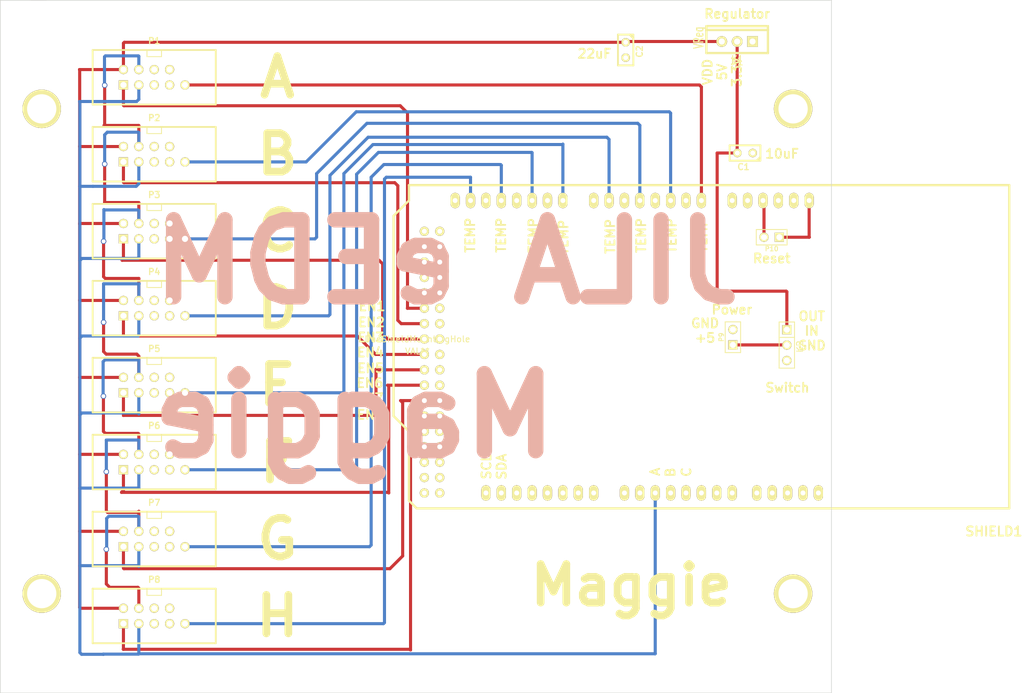
<source format=kicad_pcb>
(kicad_pcb (version 3) (host pcbnew "(2013-07-07 BZR 4022)-stable")

  (general
    (links 86)
    (no_connects 9)
    (area 101.549999 88.849999 279.767066 203.250001)
    (thickness 1.6)
    (drawings 46)
    (tracks 425)
    (zones 0)
    (modules 16)
    (nets 27)
  )

  (page A3)
  (layers
    (15 F.Cu signal)
    (2 Inner2.Cu signal)
    (1 Inner1.Cu signal)
    (0 B.Cu signal)
    (20 B.SilkS user)
    (21 F.SilkS user)
    (22 B.Mask user)
    (23 F.Mask user)
    (24 Dwgs.User user)
    (25 Cmts.User user)
    (26 Eco1.User user)
    (27 Eco2.User user)
    (28 Edge.Cuts user)
  )

  (setup
    (last_trace_width 0.508)
    (trace_clearance 0.508)
    (zone_clearance 0.5)
    (zone_45_only yes)
    (trace_min 0.254)
    (segment_width 0.2)
    (edge_width 0.1)
    (via_size 0.889)
    (via_drill 0.635)
    (via_min_size 0.889)
    (via_min_drill 0.508)
    (uvia_size 0.508)
    (uvia_drill 0.127)
    (uvias_allowed no)
    (uvia_min_size 0.508)
    (uvia_min_drill 0.127)
    (pcb_text_width 0.3)
    (pcb_text_size 1.5 1.5)
    (mod_edge_width 0.15)
    (mod_text_size 1 1)
    (mod_text_width 0.15)
    (pad_size 6.35 6.35)
    (pad_drill 4.826)
    (pad_to_mask_clearance 0)
    (aux_axis_origin 0 0)
    (visible_elements 7FFFFFFF)
    (pcbplotparams
      (layerselection 284196871)
      (usegerberextensions true)
      (excludeedgelayer false)
      (linewidth 0.150000)
      (plotframeref false)
      (viasonmask false)
      (mode 1)
      (useauxorigin false)
      (hpglpennumber 1)
      (hpglpenspeed 20)
      (hpglpendiameter 15)
      (hpglpenoverlay 2)
      (psnegative false)
      (psa4output false)
      (plotreference false)
      (plotvalue false)
      (plotothertext false)
      (plotinvisibletext false)
      (padsonsilk false)
      (subtractmaskfromsilk false)
      (outputformat 1)
      (mirror false)
      (drillshape 0)
      (scaleselection 1)
      (outputdirectory ../../../../../Desktop/))
  )

  (net 0 "")
  (net 1 5V)
  (net 2 5V_switch)
  (net 3 A)
  (net 4 B)
  (net 5 C)
  (net 6 EN1)
  (net 7 EN2)
  (net 8 EN3)
  (net 9 EN4)
  (net 10 EN5)
  (net 11 EN6)
  (net 12 EN7)
  (net 13 EN8)
  (net 14 GND)
  (net 15 RST)
  (net 16 SCL)
  (net 17 SDA)
  (net 18 TEMP1)
  (net 19 TEMP2)
  (net 20 TEMP3)
  (net 21 TEMP4)
  (net 22 TEMP5)
  (net 23 TEMP6)
  (net 24 TEMP7)
  (net 25 TEMP8)
  (net 26 VDD)

  (net_class Default "This is the default net class."
    (clearance 0.508)
    (trace_width 0.508)
    (via_dia 0.889)
    (via_drill 0.635)
    (uvia_dia 0.508)
    (uvia_drill 0.127)
    (add_net "")
    (add_net 5V)
    (add_net 5V_switch)
    (add_net A)
    (add_net B)
    (add_net C)
    (add_net EN1)
    (add_net EN2)
    (add_net EN3)
    (add_net EN4)
    (add_net EN5)
    (add_net EN6)
    (add_net EN7)
    (add_net EN8)
    (add_net GND)
    (add_net RST)
    (add_net SCL)
    (add_net SDA)
    (add_net TEMP1)
    (add_net TEMP2)
    (add_net TEMP3)
    (add_net TEMP4)
    (add_net TEMP5)
    (add_net TEMP6)
    (add_net TEMP7)
    (add_net TEMP8)
    (add_net VDD)
  )

  (module DueShieldMountingHole (layer F.Cu) (tedit 560B2AC6) (tstamp 560B2F92)
    (at 170.434 146.812)
    (fp_text reference DueShieldMountingHole (at 0 -2) (layer F.SilkS)
      (effects (font (size 1 1) (thickness 0.15)))
    )
    (fp_text value VAL** (at 0 0) (layer F.SilkS)
      (effects (font (size 1 1) (thickness 0.15)))
    )
    (pad "" np_thru_hole circle (at -62 40) (size 6.35 6.35) (drill 4.826)
      (layers *.Cu *.Mask F.SilkS)
    )
    (pad "" np_thru_hole circle (at 62 40) (size 6.35 6.35) (drill 4.826)
      (layers *.Cu *.Mask F.SilkS)
    )
    (pad "" np_thru_hole circle (at 62 -40) (size 6.35 6.35) (drill 4.826)
      (layers *.Cu *.Mask F.SilkS)
    )
    (pad "" np_thru_hole circle (at -62 -40) (size 6.35 6.35) (drill 4.826)
      (layers *.Cu *.Mask F.SilkS)
    )
  )

  (module "ARDUINO MEGA SHIELD" (layer F.Cu) (tedit 560B27FE) (tstamp 560B2041)
    (at 268.1 119.4 180)
    (path /55A9A355)
    (fp_text reference SHIELD1 (at 2.54 -57.15 180) (layer F.SilkS)
      (effects (font (size 1.524 1.524) (thickness 0.3048)))
    )
    (fp_text value ARDUINO_MEGA_SHIELD (at 5.08 -54.61 180) (layer F.SilkS) hide
      (effects (font (size 1.524 1.524) (thickness 0.3048)))
    )
    (fp_line (start 99.06 0) (end 0 0) (layer F.SilkS) (width 0.381))
    (fp_line (start 97.79 -53.34) (end 0 -53.34) (layer F.SilkS) (width 0.381))
    (fp_line (start 99.06 -40.64) (end 99.06 -52.07) (layer F.SilkS) (width 0.381))
    (fp_line (start 99.06 -52.07) (end 97.79 -53.34) (layer F.SilkS) (width 0.381))
    (fp_line (start 0 0) (end 0 -53.34) (layer F.SilkS) (width 0.381))
    (fp_line (start 99.06 -40.64) (end 101.6 -38.1) (layer F.SilkS) (width 0.381))
    (fp_line (start 101.6 -38.1) (end 101.6 -5.08) (layer F.SilkS) (width 0.381))
    (fp_line (start 101.6 -5.08) (end 99.06 -2.54) (layer F.SilkS) (width 0.381))
    (fp_line (start 99.06 -2.54) (end 99.06 0) (layer F.SilkS) (width 0.381))
    (pad 14 thru_hole oval (at 68.58 -50.8 270) (size 2.54 1.524) (drill 0.8128)
      (layers *.Cu *.Mask F.SilkS)
    )
    (pad 15 thru_hole oval (at 71.12 -50.8 270) (size 2.54 1.524) (drill 0.8128)
      (layers *.Cu *.Mask F.SilkS)
    )
    (pad 16 thru_hole oval (at 73.66 -50.8 270) (size 2.54 1.524) (drill 0.8128)
      (layers *.Cu *.Mask F.SilkS)
    )
    (pad 17 thru_hole oval (at 76.2 -50.8 270) (size 2.54 1.524) (drill 0.8128)
      (layers *.Cu *.Mask F.SilkS)
    )
    (pad 18 thru_hole oval (at 78.74 -50.8 270) (size 2.54 1.524) (drill 0.8128)
      (layers *.Cu *.Mask F.SilkS)
    )
    (pad 19 thru_hole oval (at 81.28 -50.8 270) (size 2.54 1.524) (drill 0.8128)
      (layers *.Cu *.Mask F.SilkS)
    )
    (pad 20 thru_hole oval (at 83.82 -50.8 270) (size 2.54 1.524) (drill 0.8128)
      (layers *.Cu *.Mask F.SilkS)
      (net 17 SDA)
    )
    (pad 21 thru_hole oval (at 86.36 -50.8 270) (size 2.54 1.524) (drill 0.8128)
      (layers *.Cu *.Mask F.SilkS)
      (net 16 SCL)
    )
    (pad AD15 thru_hole oval (at 91.44 -2.54 270) (size 2.54 1.524) (drill 0.8128)
      (layers *.Cu *.Mask F.SilkS)
    )
    (pad AD14 thru_hole oval (at 88.9 -2.54 270) (size 2.54 1.524) (drill 0.8128)
      (layers *.Cu *.Mask F.SilkS)
      (net 25 TEMP8)
    )
    (pad AD13 thru_hole oval (at 86.36 -2.54 270) (size 2.54 1.524) (drill 0.8128)
      (layers *.Cu *.Mask F.SilkS)
    )
    (pad AD12 thru_hole oval (at 83.82 -2.54 270) (size 2.54 1.524) (drill 0.8128)
      (layers *.Cu *.Mask F.SilkS)
      (net 24 TEMP7)
    )
    (pad AD8 thru_hole oval (at 73.66 -2.54 270) (size 2.54 1.524) (drill 0.8128)
      (layers *.Cu *.Mask F.SilkS)
      (net 22 TEMP5)
    )
    (pad AD7 thru_hole oval (at 68.58 -2.54 270) (size 2.54 1.524) (drill 0.8128)
      (layers *.Cu *.Mask F.SilkS)
    )
    (pad AD6 thru_hole oval (at 66.04 -2.54 270) (size 2.54 1.524) (drill 0.8128)
      (layers *.Cu *.Mask F.SilkS)
      (net 21 TEMP4)
    )
    (pad AD9 thru_hole oval (at 76.2 -2.54 270) (size 2.54 1.524) (drill 0.8128)
      (layers *.Cu *.Mask F.SilkS)
    )
    (pad AD10 thru_hole oval (at 78.74 -2.54 270) (size 2.54 1.524) (drill 0.8128)
      (layers *.Cu *.Mask F.SilkS)
      (net 23 TEMP6)
    )
    (pad AD11 thru_hole oval (at 81.28 -2.54 270) (size 2.54 1.524) (drill 0.8128)
      (layers *.Cu *.Mask F.SilkS)
    )
    (pad AD5 thru_hole oval (at 63.5 -2.54 270) (size 2.54 1.524) (drill 0.8128)
      (layers *.Cu *.Mask F.SilkS)
    )
    (pad AD4 thru_hole oval (at 60.96 -2.54 270) (size 2.54 1.524) (drill 0.8128)
      (layers *.Cu *.Mask F.SilkS)
      (net 20 TEMP3)
    )
    (pad AD3 thru_hole oval (at 58.42 -2.54 270) (size 2.54 1.524) (drill 0.8128)
      (layers *.Cu *.Mask F.SilkS)
    )
    (pad AD0 thru_hole oval (at 50.8 -2.54 270) (size 2.54 1.524) (drill 0.8128)
      (layers *.Cu *.Mask F.SilkS)
      (net 18 TEMP1)
    )
    (pad AD1 thru_hole oval (at 53.34 -2.54 270) (size 2.54 1.524) (drill 0.8128)
      (layers *.Cu *.Mask F.SilkS)
    )
    (pad AD2 thru_hole oval (at 55.88 -2.54 270) (size 2.54 1.524) (drill 0.8128)
      (layers *.Cu *.Mask F.SilkS)
      (net 19 TEMP2)
    )
    (pad V_IN thru_hole oval (at 45.72 -2.54 270) (size 2.54 1.524) (drill 0.8128)
      (layers *.Cu *.Mask F.SilkS)
    )
    (pad GND2 thru_hole oval (at 43.18 -2.54 270) (size 2.54 1.524) (drill 0.8128)
      (layers *.Cu *.Mask F.SilkS)
      (net 14 GND)
    )
    (pad GND1 thru_hole oval (at 40.64 -2.54 270) (size 2.54 1.524) (drill 0.8128)
      (layers *.Cu *.Mask F.SilkS)
      (net 14 GND)
    )
    (pad 3V3 thru_hole oval (at 35.56 -2.54 270) (size 2.54 1.524) (drill 0.8128)
      (layers *.Cu *.Mask F.SilkS)
    )
    (pad RST thru_hole oval (at 33.02 -2.54 270) (size 2.54 1.524) (drill 0.8128)
      (layers *.Cu *.Mask F.SilkS)
      (net 15 RST)
    )
    (pad 0 thru_hole oval (at 63.5 -50.8 270) (size 2.54 1.524) (drill 0.8128)
      (layers *.Cu *.Mask F.SilkS)
    )
    (pad 1 thru_hole oval (at 60.96 -50.8 270) (size 2.54 1.524) (drill 0.8128)
      (layers *.Cu *.Mask F.SilkS)
    )
    (pad 2 thru_hole oval (at 58.42 -50.8 270) (size 2.54 1.524) (drill 0.8128)
      (layers *.Cu *.Mask F.SilkS)
      (net 3 A)
    )
    (pad 3 thru_hole oval (at 55.88 -50.8 270) (size 2.54 1.524) (drill 0.8128)
      (layers *.Cu *.Mask F.SilkS)
      (net 4 B)
    )
    (pad 4 thru_hole oval (at 53.34 -50.8 270) (size 2.54 1.524) (drill 0.8128)
      (layers *.Cu *.Mask F.SilkS)
      (net 5 C)
    )
    (pad 5 thru_hole oval (at 50.8 -50.8 270) (size 2.54 1.524) (drill 0.8128)
      (layers *.Cu *.Mask F.SilkS)
    )
    (pad 6 thru_hole oval (at 48.26 -50.8 270) (size 2.54 1.524) (drill 0.8128)
      (layers *.Cu *.Mask F.SilkS)
    )
    (pad 7 thru_hole oval (at 45.72 -50.8 270) (size 2.54 1.524) (drill 0.8128)
      (layers *.Cu *.Mask F.SilkS)
    )
    (pad 8 thru_hole oval (at 41.656 -50.8 270) (size 2.54 1.524) (drill 0.8128)
      (layers *.Cu *.Mask F.SilkS)
    )
    (pad 9 thru_hole oval (at 39.116 -50.8 270) (size 2.54 1.524) (drill 0.8128)
      (layers *.Cu *.Mask F.SilkS)
    )
    (pad 10 thru_hole oval (at 36.576 -50.8 270) (size 2.54 1.524) (drill 0.8128)
      (layers *.Cu *.Mask F.SilkS)
    )
    (pad 11 thru_hole oval (at 34.036 -50.8 270) (size 2.54 1.524) (drill 0.8128)
      (layers *.Cu *.Mask F.SilkS)
    )
    (pad 12 thru_hole oval (at 31.496 -50.8 270) (size 2.54 1.524) (drill 0.8128)
      (layers *.Cu *.Mask F.SilkS)
    )
    (pad 5V thru_hole oval (at 38.1 -2.54 270) (size 2.54 1.524) (drill 0.8128)
      (layers *.Cu *.Mask F.SilkS)
    )
    (pad 22 thru_hole circle (at 93.98 -48.26 180) (size 1.524 1.524) (drill 0.8128)
      (layers *.Cu *.Mask F.SilkS)
    )
    (pad 23 thru_hole circle (at 96.52 -48.26 180) (size 1.524 1.524) (drill 0.8128)
      (layers *.Cu *.Mask F.SilkS)
    )
    (pad 24 thru_hole circle (at 93.98 -45.72 180) (size 1.524 1.524) (drill 0.8128)
      (layers *.Cu *.Mask F.SilkS)
    )
    (pad 25 thru_hole circle (at 96.52 -45.72 180) (size 1.524 1.524) (drill 0.8128)
      (layers *.Cu *.Mask F.SilkS)
    )
    (pad 26 thru_hole circle (at 93.98 -43.18 180) (size 1.524 1.524) (drill 0.8128)
      (layers *.Cu *.Mask F.SilkS)
    )
    (pad 27 thru_hole circle (at 96.52 -43.18 180) (size 1.524 1.524) (drill 0.8128)
      (layers *.Cu *.Mask F.SilkS)
    )
    (pad 28 thru_hole circle (at 93.98 -40.64 180) (size 1.524 1.524) (drill 0.8128)
      (layers *.Cu *.Mask F.SilkS)
    )
    (pad 29 thru_hole circle (at 96.52 -40.64 180) (size 1.524 1.524) (drill 0.8128)
      (layers *.Cu *.Mask F.SilkS)
    )
    (pad 5V_4 thru_hole circle (at 93.98 -50.8 180) (size 1.524 1.524) (drill 0.8128)
      (layers *.Cu *.Mask F.SilkS)
    )
    (pad 5V_5 thru_hole circle (at 96.52 -50.8 180) (size 1.524 1.524) (drill 0.8128)
      (layers *.Cu *.Mask F.SilkS)
    )
    (pad 31 thru_hole circle (at 96.52 -38.1 180) (size 1.524 1.524) (drill 0.8128)
      (layers *.Cu *.Mask F.SilkS)
      (net 13 EN8)
    )
    (pad 30 thru_hole circle (at 93.98 -38.1 180) (size 1.524 1.524) (drill 0.8128)
      (layers *.Cu *.Mask F.SilkS)
    )
    (pad 32 thru_hole circle (at 93.98 -35.56 180) (size 1.524 1.524) (drill 0.8128)
      (layers *.Cu *.Mask F.SilkS)
    )
    (pad 33 thru_hole circle (at 96.52 -35.56 180) (size 1.524 1.524) (drill 0.8128)
      (layers *.Cu *.Mask F.SilkS)
      (net 12 EN7)
    )
    (pad 34 thru_hole circle (at 93.98 -33.02 180) (size 1.524 1.524) (drill 0.8128)
      (layers *.Cu *.Mask F.SilkS)
    )
    (pad 35 thru_hole circle (at 96.52 -33.02 180) (size 1.524 1.524) (drill 0.8128)
      (layers *.Cu *.Mask F.SilkS)
      (net 11 EN6)
    )
    (pad 36 thru_hole circle (at 93.98 -30.48 180) (size 1.524 1.524) (drill 0.8128)
      (layers *.Cu *.Mask F.SilkS)
    )
    (pad 37 thru_hole circle (at 96.52 -30.48 180) (size 1.524 1.524) (drill 0.8128)
      (layers *.Cu *.Mask F.SilkS)
      (net 10 EN5)
    )
    (pad 38 thru_hole circle (at 93.98 -27.94 180) (size 1.524 1.524) (drill 0.8128)
      (layers *.Cu *.Mask F.SilkS)
    )
    (pad 39 thru_hole circle (at 96.52 -27.94 180) (size 1.524 1.524) (drill 0.8128)
      (layers *.Cu *.Mask F.SilkS)
      (net 9 EN4)
    )
    (pad 40 thru_hole circle (at 93.98 -25.4 180) (size 1.524 1.524) (drill 0.8128)
      (layers *.Cu *.Mask F.SilkS)
    )
    (pad 41 thru_hole circle (at 96.52 -25.4 180) (size 1.524 1.524) (drill 0.8128)
      (layers *.Cu *.Mask F.SilkS)
      (net 8 EN3)
    )
    (pad 42 thru_hole circle (at 93.98 -22.86 180) (size 1.524 1.524) (drill 0.8128)
      (layers *.Cu *.Mask F.SilkS)
    )
    (pad 43 thru_hole circle (at 96.52 -22.86 180) (size 1.524 1.524) (drill 0.8128)
      (layers *.Cu *.Mask F.SilkS)
      (net 7 EN2)
    )
    (pad 44 thru_hole circle (at 93.98 -20.32 180) (size 1.524 1.524) (drill 0.8128)
      (layers *.Cu *.Mask F.SilkS)
    )
    (pad 45 thru_hole circle (at 96.52 -20.32 180) (size 1.524 1.524) (drill 0.8128)
      (layers *.Cu *.Mask F.SilkS)
      (net 6 EN1)
    )
    (pad 46 thru_hole circle (at 93.98 -17.78 180) (size 1.524 1.524) (drill 0.8128)
      (layers *.Cu *.Mask F.SilkS)
    )
    (pad 47 thru_hole circle (at 96.52 -17.78 180) (size 1.524 1.524) (drill 0.8128)
      (layers *.Cu *.Mask F.SilkS)
    )
    (pad 48 thru_hole circle (at 93.98 -15.24 180) (size 1.524 1.524) (drill 0.8128)
      (layers *.Cu *.Mask F.SilkS)
    )
    (pad 49 thru_hole circle (at 96.52 -15.24 180) (size 1.524 1.524) (drill 0.8128)
      (layers *.Cu *.Mask F.SilkS)
    )
    (pad 50 thru_hole circle (at 93.98 -12.7 180) (size 1.524 1.524) (drill 0.8128)
      (layers *.Cu *.Mask F.SilkS)
    )
    (pad 51 thru_hole circle (at 96.52 -12.7 180) (size 1.524 1.524) (drill 0.8128)
      (layers *.Cu *.Mask F.SilkS)
    )
    (pad 52 thru_hole circle (at 93.98 -10.16 180) (size 1.524 1.524) (drill 0.8128)
      (layers *.Cu *.Mask F.SilkS)
    )
    (pad 53 thru_hole circle (at 96.52 -10.16 180) (size 1.524 1.524) (drill 0.8128)
      (layers *.Cu *.Mask F.SilkS)
    )
    (pad GND4 thru_hole circle (at 93.98 -7.62 180) (size 1.524 1.524) (drill 0.8128)
      (layers *.Cu *.Mask F.SilkS)
      (net 14 GND)
    )
    (pad GND5 thru_hole circle (at 96.52 -7.62 180) (size 1.524 1.524) (drill 0.8128)
      (layers *.Cu *.Mask F.SilkS)
      (net 14 GND)
    )
  )

  (module TO220_VERT (layer F.Cu) (tedit 43A66C96) (tstamp 560B1F08)
    (at 223.2 95.7 90)
    (descr "Regulateur TO220 serie LM78xx")
    (tags "TR TO220")
    (path /56049912)
    (fp_text reference K1 (at -3.175 0 180) (layer F.SilkS)
      (effects (font (size 1.524 1.016) (thickness 0.2032)))
    )
    (fp_text value VReg (at 0.635 -6.35 90) (layer F.SilkS)
      (effects (font (size 1.524 1.016) (thickness 0.2032)))
    )
    (fp_line (start 1.905 -5.08) (end 2.54 -5.08) (layer F.SilkS) (width 0.381))
    (fp_line (start 2.54 -5.08) (end 2.54 5.08) (layer F.SilkS) (width 0.381))
    (fp_line (start 2.54 5.08) (end 1.905 5.08) (layer F.SilkS) (width 0.381))
    (fp_line (start -1.905 -5.08) (end 1.905 -5.08) (layer F.SilkS) (width 0.381))
    (fp_line (start 1.905 -5.08) (end 1.905 5.08) (layer F.SilkS) (width 0.381))
    (fp_line (start 1.905 5.08) (end -1.905 5.08) (layer F.SilkS) (width 0.381))
    (fp_line (start -1.905 5.08) (end -1.905 -5.08) (layer F.SilkS) (width 0.381))
    (pad 2 thru_hole circle (at 0 -2.54 90) (size 1.778 1.778) (drill 1.016)
      (layers *.Cu *.Mask F.SilkS)
      (net 26 VDD)
    )
    (pad 3 thru_hole circle (at 0 0 90) (size 1.778 1.778) (drill 1.016)
      (layers *.Cu *.Mask F.SilkS)
      (net 2 5V_switch)
    )
    (pad 1 thru_hole rect (at 0 2.54 90) (size 1.778 1.778) (drill 1.016)
      (layers *.Cu *.Mask F.SilkS)
      (net 14 GND)
    )
  )

  (module Shield_IDC (layer F.Cu) (tedit 560B1D74) (tstamp 560B1F1C)
    (at 127 101.6)
    (descr "Double rangee de contacts 2 x 5 pins")
    (tags CONN)
    (path /55A9A29F)
    (fp_text reference P1 (at 0 -6) (layer F.SilkS)
      (effects (font (size 1.016 1.016) (thickness 0.2032)))
    )
    (fp_text value SHIELD_CONN (at 0 -3.81) (layer F.SilkS) hide
      (effects (font (size 1.016 1.016) (thickness 0.2032)))
    )
    (fp_line (start -1.2 -4.4) (end -1.2 -3.4) (layer F.SilkS) (width 0.15))
    (fp_line (start -1.2 -3.4) (end 1.2 -3.4) (layer F.SilkS) (width 0.15))
    (fp_line (start 1.2 -3.4) (end 1.2 -4.4) (layer F.SilkS) (width 0.15))
    (fp_line (start -10.16 -4.5) (end -10.16 4.5) (layer F.SilkS) (width 0.3))
    (fp_line (start 10.16 -4.5) (end 10.16 4.5) (layer F.SilkS) (width 0.3))
    (fp_line (start -10.16 -4.5) (end 10.16 -4.5) (layer F.SilkS) (width 0.3))
    (fp_line (start -10.16 4.5) (end 10.16 4.5) (layer F.SilkS) (width 0.3))
    (pad 5 thru_hole rect (at -5.08 1.27) (size 1.524 1.524) (drill 1.016)
      (layers *.Cu *.Mask F.SilkS)
      (net 6 EN1)
    )
    (pad 1 thru_hole circle (at -5.08 -1.27) (size 1.524 1.524) (drill 1.016)
      (layers *.Cu *.Mask F.SilkS)
      (net 26 VDD)
    )
    (pad 6 thru_hole circle (at -2.54 1.27) (size 1.524 1.524) (drill 1.016)
      (layers *.Cu *.Mask F.SilkS)
      (net 3 A)
    )
    (pad 2 thru_hole circle (at -2.54 -1.27) (size 1.524 1.524) (drill 1.016)
      (layers *.Cu *.Mask F.SilkS)
      (net 14 GND)
    )
    (pad 7 thru_hole circle (at 0 1.27) (size 1.524 1.524) (drill 1.016)
      (layers *.Cu *.Mask F.SilkS)
      (net 4 B)
    )
    (pad 3 thru_hole circle (at 0 -1.27) (size 1.524 1.524) (drill 1.016)
      (layers *.Cu *.Mask F.SilkS)
      (net 17 SDA)
    )
    (pad 8 thru_hole circle (at 2.54 1.27) (size 1.524 1.524) (drill 1.016)
      (layers *.Cu *.Mask F.SilkS)
      (net 5 C)
    )
    (pad 4 thru_hole circle (at 2.54 -1.27) (size 1.524 1.524) (drill 1.016)
      (layers *.Cu *.Mask F.SilkS)
      (net 16 SCL)
    )
    (pad 9 thru_hole circle (at 5.08 1.27) (size 1.524 1.524) (drill 1.016)
      (layers *.Cu *.Mask F.SilkS)
      (net 18 TEMP1)
    )
    (model pin_array/pins_array_5x2.wrl
      (at (xyz 0 0 0))
      (scale (xyz 1 1 1))
      (rotate (xyz 0 0 0))
    )
  )

  (module Shield_IDC (layer F.Cu) (tedit 560B1D74) (tstamp 560B1F30)
    (at 127 152.4)
    (descr "Double rangee de contacts 2 x 5 pins")
    (tags CONN)
    (path /55A9A2D8)
    (fp_text reference P5 (at 0 -6) (layer F.SilkS)
      (effects (font (size 1.016 1.016) (thickness 0.2032)))
    )
    (fp_text value SHIELD_CONN (at 0 -3.81) (layer F.SilkS) hide
      (effects (font (size 1.016 1.016) (thickness 0.2032)))
    )
    (fp_line (start -1.2 -4.4) (end -1.2 -3.4) (layer F.SilkS) (width 0.15))
    (fp_line (start -1.2 -3.4) (end 1.2 -3.4) (layer F.SilkS) (width 0.15))
    (fp_line (start 1.2 -3.4) (end 1.2 -4.4) (layer F.SilkS) (width 0.15))
    (fp_line (start -10.16 -4.5) (end -10.16 4.5) (layer F.SilkS) (width 0.3))
    (fp_line (start 10.16 -4.5) (end 10.16 4.5) (layer F.SilkS) (width 0.3))
    (fp_line (start -10.16 -4.5) (end 10.16 -4.5) (layer F.SilkS) (width 0.3))
    (fp_line (start -10.16 4.5) (end 10.16 4.5) (layer F.SilkS) (width 0.3))
    (pad 5 thru_hole rect (at -5.08 1.27) (size 1.524 1.524) (drill 1.016)
      (layers *.Cu *.Mask F.SilkS)
      (net 10 EN5)
    )
    (pad 1 thru_hole circle (at -5.08 -1.27) (size 1.524 1.524) (drill 1.016)
      (layers *.Cu *.Mask F.SilkS)
      (net 26 VDD)
    )
    (pad 6 thru_hole circle (at -2.54 1.27) (size 1.524 1.524) (drill 1.016)
      (layers *.Cu *.Mask F.SilkS)
      (net 3 A)
    )
    (pad 2 thru_hole circle (at -2.54 -1.27) (size 1.524 1.524) (drill 1.016)
      (layers *.Cu *.Mask F.SilkS)
      (net 14 GND)
    )
    (pad 7 thru_hole circle (at 0 1.27) (size 1.524 1.524) (drill 1.016)
      (layers *.Cu *.Mask F.SilkS)
      (net 4 B)
    )
    (pad 3 thru_hole circle (at 0 -1.27) (size 1.524 1.524) (drill 1.016)
      (layers *.Cu *.Mask F.SilkS)
      (net 17 SDA)
    )
    (pad 8 thru_hole circle (at 2.54 1.27) (size 1.524 1.524) (drill 1.016)
      (layers *.Cu *.Mask F.SilkS)
      (net 5 C)
    )
    (pad 4 thru_hole circle (at 2.54 -1.27) (size 1.524 1.524) (drill 1.016)
      (layers *.Cu *.Mask F.SilkS)
      (net 16 SCL)
    )
    (pad 9 thru_hole circle (at 5.08 1.27) (size 1.524 1.524) (drill 1.016)
      (layers *.Cu *.Mask F.SilkS)
      (net 22 TEMP5)
    )
    (model pin_array/pins_array_5x2.wrl
      (at (xyz 0 0 0))
      (scale (xyz 1 1 1))
      (rotate (xyz 0 0 0))
    )
  )

  (module Shield_IDC (layer F.Cu) (tedit 560B1D74) (tstamp 560B1F44)
    (at 127 114.3)
    (descr "Double rangee de contacts 2 x 5 pins")
    (tags CONN)
    (path /55A9A2E6)
    (fp_text reference P2 (at 0 -6) (layer F.SilkS)
      (effects (font (size 1.016 1.016) (thickness 0.2032)))
    )
    (fp_text value SHIELD_CONN (at 0 -3.81) (layer F.SilkS) hide
      (effects (font (size 1.016 1.016) (thickness 0.2032)))
    )
    (fp_line (start -1.2 -4.4) (end -1.2 -3.4) (layer F.SilkS) (width 0.15))
    (fp_line (start -1.2 -3.4) (end 1.2 -3.4) (layer F.SilkS) (width 0.15))
    (fp_line (start 1.2 -3.4) (end 1.2 -4.4) (layer F.SilkS) (width 0.15))
    (fp_line (start -10.16 -4.5) (end -10.16 4.5) (layer F.SilkS) (width 0.3))
    (fp_line (start 10.16 -4.5) (end 10.16 4.5) (layer F.SilkS) (width 0.3))
    (fp_line (start -10.16 -4.5) (end 10.16 -4.5) (layer F.SilkS) (width 0.3))
    (fp_line (start -10.16 4.5) (end 10.16 4.5) (layer F.SilkS) (width 0.3))
    (pad 5 thru_hole rect (at -5.08 1.27) (size 1.524 1.524) (drill 1.016)
      (layers *.Cu *.Mask F.SilkS)
      (net 7 EN2)
    )
    (pad 1 thru_hole circle (at -5.08 -1.27) (size 1.524 1.524) (drill 1.016)
      (layers *.Cu *.Mask F.SilkS)
      (net 26 VDD)
    )
    (pad 6 thru_hole circle (at -2.54 1.27) (size 1.524 1.524) (drill 1.016)
      (layers *.Cu *.Mask F.SilkS)
      (net 3 A)
    )
    (pad 2 thru_hole circle (at -2.54 -1.27) (size 1.524 1.524) (drill 1.016)
      (layers *.Cu *.Mask F.SilkS)
      (net 14 GND)
    )
    (pad 7 thru_hole circle (at 0 1.27) (size 1.524 1.524) (drill 1.016)
      (layers *.Cu *.Mask F.SilkS)
      (net 4 B)
    )
    (pad 3 thru_hole circle (at 0 -1.27) (size 1.524 1.524) (drill 1.016)
      (layers *.Cu *.Mask F.SilkS)
      (net 17 SDA)
    )
    (pad 8 thru_hole circle (at 2.54 1.27) (size 1.524 1.524) (drill 1.016)
      (layers *.Cu *.Mask F.SilkS)
      (net 5 C)
    )
    (pad 4 thru_hole circle (at 2.54 -1.27) (size 1.524 1.524) (drill 1.016)
      (layers *.Cu *.Mask F.SilkS)
      (net 16 SCL)
    )
    (pad 9 thru_hole circle (at 5.08 1.27) (size 1.524 1.524) (drill 1.016)
      (layers *.Cu *.Mask F.SilkS)
      (net 19 TEMP2)
    )
    (model pin_array/pins_array_5x2.wrl
      (at (xyz 0 0 0))
      (scale (xyz 1 1 1))
      (rotate (xyz 0 0 0))
    )
  )

  (module Shield_IDC (layer F.Cu) (tedit 560B1D74) (tstamp 560B1F58)
    (at 127 165.1)
    (descr "Double rangee de contacts 2 x 5 pins")
    (tags CONN)
    (path /55A9A2F4)
    (fp_text reference P6 (at 0 -6) (layer F.SilkS)
      (effects (font (size 1.016 1.016) (thickness 0.2032)))
    )
    (fp_text value SHIELD_CONN (at 0 -3.81) (layer F.SilkS) hide
      (effects (font (size 1.016 1.016) (thickness 0.2032)))
    )
    (fp_line (start -1.2 -4.4) (end -1.2 -3.4) (layer F.SilkS) (width 0.15))
    (fp_line (start -1.2 -3.4) (end 1.2 -3.4) (layer F.SilkS) (width 0.15))
    (fp_line (start 1.2 -3.4) (end 1.2 -4.4) (layer F.SilkS) (width 0.15))
    (fp_line (start -10.16 -4.5) (end -10.16 4.5) (layer F.SilkS) (width 0.3))
    (fp_line (start 10.16 -4.5) (end 10.16 4.5) (layer F.SilkS) (width 0.3))
    (fp_line (start -10.16 -4.5) (end 10.16 -4.5) (layer F.SilkS) (width 0.3))
    (fp_line (start -10.16 4.5) (end 10.16 4.5) (layer F.SilkS) (width 0.3))
    (pad 5 thru_hole rect (at -5.08 1.27) (size 1.524 1.524) (drill 1.016)
      (layers *.Cu *.Mask F.SilkS)
      (net 11 EN6)
    )
    (pad 1 thru_hole circle (at -5.08 -1.27) (size 1.524 1.524) (drill 1.016)
      (layers *.Cu *.Mask F.SilkS)
      (net 26 VDD)
    )
    (pad 6 thru_hole circle (at -2.54 1.27) (size 1.524 1.524) (drill 1.016)
      (layers *.Cu *.Mask F.SilkS)
      (net 3 A)
    )
    (pad 2 thru_hole circle (at -2.54 -1.27) (size 1.524 1.524) (drill 1.016)
      (layers *.Cu *.Mask F.SilkS)
      (net 14 GND)
    )
    (pad 7 thru_hole circle (at 0 1.27) (size 1.524 1.524) (drill 1.016)
      (layers *.Cu *.Mask F.SilkS)
      (net 4 B)
    )
    (pad 3 thru_hole circle (at 0 -1.27) (size 1.524 1.524) (drill 1.016)
      (layers *.Cu *.Mask F.SilkS)
      (net 17 SDA)
    )
    (pad 8 thru_hole circle (at 2.54 1.27) (size 1.524 1.524) (drill 1.016)
      (layers *.Cu *.Mask F.SilkS)
      (net 5 C)
    )
    (pad 4 thru_hole circle (at 2.54 -1.27) (size 1.524 1.524) (drill 1.016)
      (layers *.Cu *.Mask F.SilkS)
      (net 16 SCL)
    )
    (pad 9 thru_hole circle (at 5.08 1.27) (size 1.524 1.524) (drill 1.016)
      (layers *.Cu *.Mask F.SilkS)
      (net 23 TEMP6)
    )
    (model pin_array/pins_array_5x2.wrl
      (at (xyz 0 0 0))
      (scale (xyz 1 1 1))
      (rotate (xyz 0 0 0))
    )
  )

  (module Shield_IDC (layer F.Cu) (tedit 560B1D74) (tstamp 560B1F6C)
    (at 127 127)
    (descr "Double rangee de contacts 2 x 5 pins")
    (tags CONN)
    (path /55A9A302)
    (fp_text reference P3 (at 0 -6) (layer F.SilkS)
      (effects (font (size 1.016 1.016) (thickness 0.2032)))
    )
    (fp_text value SHIELD_CONN (at 0 -3.81) (layer F.SilkS) hide
      (effects (font (size 1.016 1.016) (thickness 0.2032)))
    )
    (fp_line (start -1.2 -4.4) (end -1.2 -3.4) (layer F.SilkS) (width 0.15))
    (fp_line (start -1.2 -3.4) (end 1.2 -3.4) (layer F.SilkS) (width 0.15))
    (fp_line (start 1.2 -3.4) (end 1.2 -4.4) (layer F.SilkS) (width 0.15))
    (fp_line (start -10.16 -4.5) (end -10.16 4.5) (layer F.SilkS) (width 0.3))
    (fp_line (start 10.16 -4.5) (end 10.16 4.5) (layer F.SilkS) (width 0.3))
    (fp_line (start -10.16 -4.5) (end 10.16 -4.5) (layer F.SilkS) (width 0.3))
    (fp_line (start -10.16 4.5) (end 10.16 4.5) (layer F.SilkS) (width 0.3))
    (pad 5 thru_hole rect (at -5.08 1.27) (size 1.524 1.524) (drill 1.016)
      (layers *.Cu *.Mask F.SilkS)
      (net 8 EN3)
    )
    (pad 1 thru_hole circle (at -5.08 -1.27) (size 1.524 1.524) (drill 1.016)
      (layers *.Cu *.Mask F.SilkS)
      (net 26 VDD)
    )
    (pad 6 thru_hole circle (at -2.54 1.27) (size 1.524 1.524) (drill 1.016)
      (layers *.Cu *.Mask F.SilkS)
      (net 3 A)
    )
    (pad 2 thru_hole circle (at -2.54 -1.27) (size 1.524 1.524) (drill 1.016)
      (layers *.Cu *.Mask F.SilkS)
      (net 14 GND)
    )
    (pad 7 thru_hole circle (at 0 1.27) (size 1.524 1.524) (drill 1.016)
      (layers *.Cu *.Mask F.SilkS)
      (net 4 B)
    )
    (pad 3 thru_hole circle (at 0 -1.27) (size 1.524 1.524) (drill 1.016)
      (layers *.Cu *.Mask F.SilkS)
      (net 17 SDA)
    )
    (pad 8 thru_hole circle (at 2.54 1.27) (size 1.524 1.524) (drill 1.016)
      (layers *.Cu *.Mask F.SilkS)
      (net 5 C)
    )
    (pad 4 thru_hole circle (at 2.54 -1.27) (size 1.524 1.524) (drill 1.016)
      (layers *.Cu *.Mask F.SilkS)
      (net 16 SCL)
    )
    (pad 9 thru_hole circle (at 5.08 1.27) (size 1.524 1.524) (drill 1.016)
      (layers *.Cu *.Mask F.SilkS)
      (net 20 TEMP3)
    )
    (model pin_array/pins_array_5x2.wrl
      (at (xyz 0 0 0))
      (scale (xyz 1 1 1))
      (rotate (xyz 0 0 0))
    )
  )

  (module Shield_IDC (layer F.Cu) (tedit 560B1D74) (tstamp 560B1F80)
    (at 127 177.8)
    (descr "Double rangee de contacts 2 x 5 pins")
    (tags CONN)
    (path /55A9A310)
    (fp_text reference P7 (at 0 -6) (layer F.SilkS)
      (effects (font (size 1.016 1.016) (thickness 0.2032)))
    )
    (fp_text value SHIELD_CONN (at 0 -3.81) (layer F.SilkS) hide
      (effects (font (size 1.016 1.016) (thickness 0.2032)))
    )
    (fp_line (start -1.2 -4.4) (end -1.2 -3.4) (layer F.SilkS) (width 0.15))
    (fp_line (start -1.2 -3.4) (end 1.2 -3.4) (layer F.SilkS) (width 0.15))
    (fp_line (start 1.2 -3.4) (end 1.2 -4.4) (layer F.SilkS) (width 0.15))
    (fp_line (start -10.16 -4.5) (end -10.16 4.5) (layer F.SilkS) (width 0.3))
    (fp_line (start 10.16 -4.5) (end 10.16 4.5) (layer F.SilkS) (width 0.3))
    (fp_line (start -10.16 -4.5) (end 10.16 -4.5) (layer F.SilkS) (width 0.3))
    (fp_line (start -10.16 4.5) (end 10.16 4.5) (layer F.SilkS) (width 0.3))
    (pad 5 thru_hole rect (at -5.08 1.27) (size 1.524 1.524) (drill 1.016)
      (layers *.Cu *.Mask F.SilkS)
      (net 12 EN7)
    )
    (pad 1 thru_hole circle (at -5.08 -1.27) (size 1.524 1.524) (drill 1.016)
      (layers *.Cu *.Mask F.SilkS)
      (net 26 VDD)
    )
    (pad 6 thru_hole circle (at -2.54 1.27) (size 1.524 1.524) (drill 1.016)
      (layers *.Cu *.Mask F.SilkS)
      (net 3 A)
    )
    (pad 2 thru_hole circle (at -2.54 -1.27) (size 1.524 1.524) (drill 1.016)
      (layers *.Cu *.Mask F.SilkS)
      (net 14 GND)
    )
    (pad 7 thru_hole circle (at 0 1.27) (size 1.524 1.524) (drill 1.016)
      (layers *.Cu *.Mask F.SilkS)
      (net 4 B)
    )
    (pad 3 thru_hole circle (at 0 -1.27) (size 1.524 1.524) (drill 1.016)
      (layers *.Cu *.Mask F.SilkS)
      (net 17 SDA)
    )
    (pad 8 thru_hole circle (at 2.54 1.27) (size 1.524 1.524) (drill 1.016)
      (layers *.Cu *.Mask F.SilkS)
      (net 5 C)
    )
    (pad 4 thru_hole circle (at 2.54 -1.27) (size 1.524 1.524) (drill 1.016)
      (layers *.Cu *.Mask F.SilkS)
      (net 16 SCL)
    )
    (pad 9 thru_hole circle (at 5.08 1.27) (size 1.524 1.524) (drill 1.016)
      (layers *.Cu *.Mask F.SilkS)
      (net 24 TEMP7)
    )
    (model pin_array/pins_array_5x2.wrl
      (at (xyz 0 0 0))
      (scale (xyz 1 1 1))
      (rotate (xyz 0 0 0))
    )
  )

  (module Shield_IDC (layer F.Cu) (tedit 560B1D74) (tstamp 560B1F94)
    (at 127 139.7)
    (descr "Double rangee de contacts 2 x 5 pins")
    (tags CONN)
    (path /55A9A31E)
    (fp_text reference P4 (at 0 -6) (layer F.SilkS)
      (effects (font (size 1.016 1.016) (thickness 0.2032)))
    )
    (fp_text value SHIELD_CONN (at 0 -3.81) (layer F.SilkS) hide
      (effects (font (size 1.016 1.016) (thickness 0.2032)))
    )
    (fp_line (start -1.2 -4.4) (end -1.2 -3.4) (layer F.SilkS) (width 0.15))
    (fp_line (start -1.2 -3.4) (end 1.2 -3.4) (layer F.SilkS) (width 0.15))
    (fp_line (start 1.2 -3.4) (end 1.2 -4.4) (layer F.SilkS) (width 0.15))
    (fp_line (start -10.16 -4.5) (end -10.16 4.5) (layer F.SilkS) (width 0.3))
    (fp_line (start 10.16 -4.5) (end 10.16 4.5) (layer F.SilkS) (width 0.3))
    (fp_line (start -10.16 -4.5) (end 10.16 -4.5) (layer F.SilkS) (width 0.3))
    (fp_line (start -10.16 4.5) (end 10.16 4.5) (layer F.SilkS) (width 0.3))
    (pad 5 thru_hole rect (at -5.08 1.27) (size 1.524 1.524) (drill 1.016)
      (layers *.Cu *.Mask F.SilkS)
      (net 9 EN4)
    )
    (pad 1 thru_hole circle (at -5.08 -1.27) (size 1.524 1.524) (drill 1.016)
      (layers *.Cu *.Mask F.SilkS)
      (net 26 VDD)
    )
    (pad 6 thru_hole circle (at -2.54 1.27) (size 1.524 1.524) (drill 1.016)
      (layers *.Cu *.Mask F.SilkS)
      (net 3 A)
    )
    (pad 2 thru_hole circle (at -2.54 -1.27) (size 1.524 1.524) (drill 1.016)
      (layers *.Cu *.Mask F.SilkS)
      (net 14 GND)
    )
    (pad 7 thru_hole circle (at 0 1.27) (size 1.524 1.524) (drill 1.016)
      (layers *.Cu *.Mask F.SilkS)
      (net 4 B)
    )
    (pad 3 thru_hole circle (at 0 -1.27) (size 1.524 1.524) (drill 1.016)
      (layers *.Cu *.Mask F.SilkS)
      (net 17 SDA)
    )
    (pad 8 thru_hole circle (at 2.54 1.27) (size 1.524 1.524) (drill 1.016)
      (layers *.Cu *.Mask F.SilkS)
      (net 5 C)
    )
    (pad 4 thru_hole circle (at 2.54 -1.27) (size 1.524 1.524) (drill 1.016)
      (layers *.Cu *.Mask F.SilkS)
      (net 16 SCL)
    )
    (pad 9 thru_hole circle (at 5.08 1.27) (size 1.524 1.524) (drill 1.016)
      (layers *.Cu *.Mask F.SilkS)
      (net 21 TEMP4)
    )
    (model pin_array/pins_array_5x2.wrl
      (at (xyz 0 0 0))
      (scale (xyz 1 1 1))
      (rotate (xyz 0 0 0))
    )
  )

  (module Shield_IDC (layer F.Cu) (tedit 560B1D74) (tstamp 560B1FA8)
    (at 127 190.5)
    (descr "Double rangee de contacts 2 x 5 pins")
    (tags CONN)
    (path /55A9A32C)
    (fp_text reference P8 (at 0 -6) (layer F.SilkS)
      (effects (font (size 1.016 1.016) (thickness 0.2032)))
    )
    (fp_text value SHIELD_CONN (at 0 -3.81) (layer F.SilkS) hide
      (effects (font (size 1.016 1.016) (thickness 0.2032)))
    )
    (fp_line (start -1.2 -4.4) (end -1.2 -3.4) (layer F.SilkS) (width 0.15))
    (fp_line (start -1.2 -3.4) (end 1.2 -3.4) (layer F.SilkS) (width 0.15))
    (fp_line (start 1.2 -3.4) (end 1.2 -4.4) (layer F.SilkS) (width 0.15))
    (fp_line (start -10.16 -4.5) (end -10.16 4.5) (layer F.SilkS) (width 0.3))
    (fp_line (start 10.16 -4.5) (end 10.16 4.5) (layer F.SilkS) (width 0.3))
    (fp_line (start -10.16 -4.5) (end 10.16 -4.5) (layer F.SilkS) (width 0.3))
    (fp_line (start -10.16 4.5) (end 10.16 4.5) (layer F.SilkS) (width 0.3))
    (pad 5 thru_hole rect (at -5.08 1.27) (size 1.524 1.524) (drill 1.016)
      (layers *.Cu *.Mask F.SilkS)
      (net 13 EN8)
    )
    (pad 1 thru_hole circle (at -5.08 -1.27) (size 1.524 1.524) (drill 1.016)
      (layers *.Cu *.Mask F.SilkS)
      (net 26 VDD)
    )
    (pad 6 thru_hole circle (at -2.54 1.27) (size 1.524 1.524) (drill 1.016)
      (layers *.Cu *.Mask F.SilkS)
      (net 3 A)
    )
    (pad 2 thru_hole circle (at -2.54 -1.27) (size 1.524 1.524) (drill 1.016)
      (layers *.Cu *.Mask F.SilkS)
      (net 14 GND)
    )
    (pad 7 thru_hole circle (at 0 1.27) (size 1.524 1.524) (drill 1.016)
      (layers *.Cu *.Mask F.SilkS)
      (net 4 B)
    )
    (pad 3 thru_hole circle (at 0 -1.27) (size 1.524 1.524) (drill 1.016)
      (layers *.Cu *.Mask F.SilkS)
      (net 17 SDA)
    )
    (pad 8 thru_hole circle (at 2.54 1.27) (size 1.524 1.524) (drill 1.016)
      (layers *.Cu *.Mask F.SilkS)
      (net 5 C)
    )
    (pad 4 thru_hole circle (at 2.54 -1.27) (size 1.524 1.524) (drill 1.016)
      (layers *.Cu *.Mask F.SilkS)
      (net 16 SCL)
    )
    (pad 9 thru_hole circle (at 5.08 1.27) (size 1.524 1.524) (drill 1.016)
      (layers *.Cu *.Mask F.SilkS)
      (net 25 TEMP8)
    )
    (model pin_array/pins_array_5x2.wrl
      (at (xyz 0 0 0))
      (scale (xyz 1 1 1))
      (rotate (xyz 0 0 0))
    )
  )

  (module PIN_ARRAY_3X1 (layer F.Cu) (tedit 4C1130E0) (tstamp 560B1FB4)
    (at 231.4 145.8 270)
    (descr "Connecteur 3 pins")
    (tags "CONN DEV")
    (path /56060294)
    (fp_text reference K2 (at 0.254 -2.159 270) (layer F.SilkS)
      (effects (font (size 1.016 1.016) (thickness 0.1524)))
    )
    (fp_text value Switch (at 0 -2.159 270) (layer F.SilkS) hide
      (effects (font (size 1.016 1.016) (thickness 0.1524)))
    )
    (fp_line (start -3.81 1.27) (end -3.81 -1.27) (layer F.SilkS) (width 0.1524))
    (fp_line (start -3.81 -1.27) (end 3.81 -1.27) (layer F.SilkS) (width 0.1524))
    (fp_line (start 3.81 -1.27) (end 3.81 1.27) (layer F.SilkS) (width 0.1524))
    (fp_line (start 3.81 1.27) (end -3.81 1.27) (layer F.SilkS) (width 0.1524))
    (fp_line (start -1.27 -1.27) (end -1.27 1.27) (layer F.SilkS) (width 0.1524))
    (pad 1 thru_hole rect (at -2.54 0 270) (size 1.524 1.524) (drill 1.016)
      (layers *.Cu *.Mask F.SilkS)
      (net 2 5V_switch)
    )
    (pad 2 thru_hole circle (at 0 0 270) (size 1.524 1.524) (drill 1.016)
      (layers *.Cu *.Mask F.SilkS)
      (net 1 5V)
    )
    (pad 3 thru_hole circle (at 2.54 0 270) (size 1.524 1.524) (drill 1.016)
      (layers *.Cu *.Mask F.SilkS)
      (net 14 GND)
    )
    (model pin_array/pins_array_3x1.wrl
      (at (xyz 0 0 0))
      (scale (xyz 1 1 1))
      (rotate (xyz 0 0 0))
    )
  )

  (module PIN_ARRAY_2X1 (layer F.Cu) (tedit 4565C520) (tstamp 560B1FBE)
    (at 222.5 144.5 90)
    (descr "Connecteurs 2 pins")
    (tags "CONN DEV")
    (path /55A9A36A)
    (fp_text reference P9 (at 0 -1.905 90) (layer F.SilkS)
      (effects (font (size 0.762 0.762) (thickness 0.1524)))
    )
    (fp_text value Power (at 0 -1.905 90) (layer F.SilkS) hide
      (effects (font (size 0.762 0.762) (thickness 0.1524)))
    )
    (fp_line (start -2.54 1.27) (end -2.54 -1.27) (layer F.SilkS) (width 0.1524))
    (fp_line (start -2.54 -1.27) (end 2.54 -1.27) (layer F.SilkS) (width 0.1524))
    (fp_line (start 2.54 -1.27) (end 2.54 1.27) (layer F.SilkS) (width 0.1524))
    (fp_line (start 2.54 1.27) (end -2.54 1.27) (layer F.SilkS) (width 0.1524))
    (pad 1 thru_hole rect (at -1.27 0 90) (size 1.524 1.524) (drill 1.016)
      (layers *.Cu *.Mask F.SilkS)
      (net 1 5V)
    )
    (pad 2 thru_hole circle (at 1.27 0 90) (size 1.524 1.524) (drill 1.016)
      (layers *.Cu *.Mask F.SilkS)
      (net 14 GND)
    )
    (model pin_array/pins_array_2x1.wrl
      (at (xyz 0 0 0))
      (scale (xyz 1 1 1))
      (rotate (xyz 0 0 0))
    )
  )

  (module PIN_ARRAY_2X1 (layer F.Cu) (tedit 4565C520) (tstamp 560B1FC8)
    (at 228.9 128 180)
    (descr "Connecteurs 2 pins")
    (tags "CONN DEV")
    (path /55A9A674)
    (fp_text reference P10 (at 0 -1.905 180) (layer F.SilkS)
      (effects (font (size 0.762 0.762) (thickness 0.1524)))
    )
    (fp_text value Reset (at 0 -1.905 180) (layer F.SilkS) hide
      (effects (font (size 0.762 0.762) (thickness 0.1524)))
    )
    (fp_line (start -2.54 1.27) (end -2.54 -1.27) (layer F.SilkS) (width 0.1524))
    (fp_line (start -2.54 -1.27) (end 2.54 -1.27) (layer F.SilkS) (width 0.1524))
    (fp_line (start 2.54 -1.27) (end 2.54 1.27) (layer F.SilkS) (width 0.1524))
    (fp_line (start 2.54 1.27) (end -2.54 1.27) (layer F.SilkS) (width 0.1524))
    (pad 1 thru_hole rect (at -1.27 0 180) (size 1.524 1.524) (drill 1.016)
      (layers *.Cu *.Mask F.SilkS)
      (net 15 RST)
    )
    (pad 2 thru_hole circle (at 1.27 0 180) (size 1.524 1.524) (drill 1.016)
      (layers *.Cu *.Mask F.SilkS)
      (net 14 GND)
    )
    (model pin_array/pins_array_2x1.wrl
      (at (xyz 0 0 0))
      (scale (xyz 1 1 1))
      (rotate (xyz 0 0 0))
    )
  )

  (module C1 (layer F.Cu) (tedit 3F92C496) (tstamp 560B1FD3)
    (at 224.5 114.1 180)
    (descr "Condensateur e = 1 pas")
    (tags C)
    (path /56049AA0)
    (fp_text reference C1 (at 0.254 -2.286 180) (layer F.SilkS)
      (effects (font (size 1.016 1.016) (thickness 0.2032)))
    )
    (fp_text value 10uF (at 0 -2.286 180) (layer F.SilkS) hide
      (effects (font (size 1.016 1.016) (thickness 0.2032)))
    )
    (fp_line (start -2.4892 -1.27) (end 2.54 -1.27) (layer F.SilkS) (width 0.3048))
    (fp_line (start 2.54 -1.27) (end 2.54 1.27) (layer F.SilkS) (width 0.3048))
    (fp_line (start 2.54 1.27) (end -2.54 1.27) (layer F.SilkS) (width 0.3048))
    (fp_line (start -2.54 1.27) (end -2.54 -1.27) (layer F.SilkS) (width 0.3048))
    (fp_line (start -2.54 -0.635) (end -1.905 -1.27) (layer F.SilkS) (width 0.3048))
    (pad 1 thru_hole circle (at -1.27 0 180) (size 1.397 1.397) (drill 0.8128)
      (layers *.Cu *.Mask F.SilkS)
      (net 14 GND)
    )
    (pad 2 thru_hole circle (at 1.27 0 180) (size 1.397 1.397) (drill 0.8128)
      (layers *.Cu *.Mask F.SilkS)
      (net 2 5V_switch)
    )
    (model discret/capa_1_pas.wrl
      (at (xyz 0 0 0))
      (scale (xyz 1 1 1))
      (rotate (xyz 0 0 0))
    )
  )

  (module C1 (layer F.Cu) (tedit 3F92C496) (tstamp 560B1FDE)
    (at 204.8 97.1 270)
    (descr "Condensateur e = 1 pas")
    (tags C)
    (path /56049AC2)
    (fp_text reference C2 (at 0.254 -2.286 270) (layer F.SilkS)
      (effects (font (size 1.016 1.016) (thickness 0.2032)))
    )
    (fp_text value 22uF (at 0 -2.286 270) (layer F.SilkS) hide
      (effects (font (size 1.016 1.016) (thickness 0.2032)))
    )
    (fp_line (start -2.4892 -1.27) (end 2.54 -1.27) (layer F.SilkS) (width 0.3048))
    (fp_line (start 2.54 -1.27) (end 2.54 1.27) (layer F.SilkS) (width 0.3048))
    (fp_line (start 2.54 1.27) (end -2.54 1.27) (layer F.SilkS) (width 0.3048))
    (fp_line (start -2.54 1.27) (end -2.54 -1.27) (layer F.SilkS) (width 0.3048))
    (fp_line (start -2.54 -0.635) (end -1.905 -1.27) (layer F.SilkS) (width 0.3048))
    (pad 1 thru_hole circle (at -1.27 0 270) (size 1.397 1.397) (drill 0.8128)
      (layers *.Cu *.Mask F.SilkS)
      (net 26 VDD)
    )
    (pad 2 thru_hole circle (at 1.27 0 270) (size 1.397 1.397) (drill 0.8128)
      (layers *.Cu *.Mask F.SilkS)
      (net 14 GND)
    )
    (model discret/capa_1_pas.wrl
      (at (xyz 0 0 0))
      (scale (xyz 1 1 1))
      (rotate (xyz 0 0 0))
    )
  )

  (gr_text EN8 (at 162.6362 157.3022) (layer F.SilkS)
    (effects (font (size 1.5 1.5) (thickness 0.3)))
  )
  (gr_text EN7 (at 162.6362 154.559) (layer F.SilkS)
    (effects (font (size 1.5 1.5) (thickness 0.3)))
  )
  (gr_text EN6 (at 162.58794 152.06472) (layer F.SilkS)
    (effects (font (size 1.5 1.5) (thickness 0.3)))
  )
  (gr_text EN5 (at 162.70478 149.6187) (layer F.SilkS)
    (effects (font (size 1.5 1.5) (thickness 0.3)))
  )
  (gr_text EN4 (at 162.66922 147.00504) (layer F.SilkS)
    (effects (font (size 1.5 1.5) (thickness 0.3)))
  )
  (gr_text EN3 (at 162.75812 144.53362) (layer F.SilkS)
    (effects (font (size 1.5 1.5) (thickness 0.3)))
  )
  (gr_text EN2 (at 162.8521 142.0368) (layer F.SilkS)
    (effects (font (size 1.5 1.5) (thickness 0.3)))
  )
  (gr_text EN1 (at 162.93592 139.3952) (layer F.SilkS)
    (effects (font (size 1.5 1.5) (thickness 0.3)))
  )
  (gr_text TEMP (at 179.1462 127.6731 90) (layer F.SilkS)
    (effects (font (size 1.5 1.5) (thickness 0.3)))
  )
  (gr_text TEMP (at 184.2516 127.6731 90) (layer F.SilkS)
    (effects (font (size 1.5 1.5) (thickness 0.3)))
  )
  (gr_text TEMP (at 189.5856 127.7112 90) (layer F.SilkS)
    (effects (font (size 1.5 1.5) (thickness 0.3)))
  )
  (gr_text TEMP (at 194.5386 128.016 90) (layer F.SilkS)
    (effects (font (size 1.5 1.5) (thickness 0.3)))
  )
  (gr_text TEMP (at 202.2729 127.8636 90) (layer F.SilkS)
    (effects (font (size 1.5 1.5) (thickness 0.3)))
  )
  (gr_text TEMP (at 207.3656 127.7112 90) (layer F.SilkS)
    (effects (font (size 1.5 1.5) (thickness 0.3)))
  )
  (gr_text TEMP (at 212.3948 127.7366 90) (layer F.SilkS)
    (effects (font (size 1.5 1.5) (thickness 0.3)))
  )
  (gr_text TEMP (at 217.4748 127.6604 90) (layer F.SilkS)
    (effects (font (size 1.5 1.5) (thickness 0.3)))
  )
  (gr_text C (at 214.81796 166.75862 90) (layer F.SilkS)
    (effects (font (size 1.5 1.5) (thickness 0.3)))
  )
  (gr_text B (at 212.18652 166.81196 90) (layer F.SilkS)
    (effects (font (size 1.5 1.5) (thickness 0.3)))
  )
  (gr_text A (at 209.66176 166.70528 90) (layer F.SilkS)
    (effects (font (size 1.5 1.5) (thickness 0.3)))
  )
  (gr_text SDA (at 184.32526 165.86962 90) (layer F.SilkS)
    (effects (font (size 1.5 1.5) (thickness 0.3)))
  )
  (gr_text SCL (at 181.81828 165.86962 90) (layer F.SilkS)
    (effects (font (size 1.5 1.5) (thickness 0.3)))
  )
  (gr_text Maggie (at 205.74 185.42) (layer F.SilkS)
    (effects (font (size 6.35 6.35) (thickness 1.27)))
  )
  (gr_text Maggie (at 160.02 157.48) (layer B.SilkS)
    (effects (font (size 12.7 12.7) (thickness 2.54)) (justify mirror))
  )
  (gr_text "JILA eEDM" (at 175.26 132.08) (layer B.SilkS)
    (effects (font (size 12.7 12.7) (thickness 2.54)) (justify mirror))
  )
  (gr_text H (at 147.32 190.5) (layer F.SilkS)
    (effects (font (size 6.35 6.35) (thickness 1.27)))
  )
  (gr_text G (at 147.32 177.8) (layer F.SilkS)
    (effects (font (size 6.35 6.35) (thickness 1.27)))
  )
  (gr_text F (at 147.32 165.1) (layer F.SilkS)
    (effects (font (size 6.35 6.35) (thickness 1.27)))
  )
  (gr_text E (at 147.32 152.4) (layer F.SilkS)
    (effects (font (size 6.35 6.35) (thickness 1.27)))
  )
  (gr_text D (at 147.32 139.7) (layer F.SilkS)
    (effects (font (size 6.35 6.35) (thickness 1.27)))
  )
  (gr_text C (at 147.32 127) (layer F.SilkS)
    (effects (font (size 6.35 6.35) (thickness 1.27)))
  )
  (gr_text B (at 147.32 114.3) (layer F.SilkS)
    (effects (font (size 6.35 6.35) (thickness 1.27)))
  )
  (gr_text A (at 147.32 101.6) (layer F.SilkS)
    (effects (font (size 6.35 6.35) (thickness 1.27)))
  )
  (gr_text 10uF (at 230.6066 114.2238) (layer F.SilkS)
    (effects (font (size 1.5 1.5) (thickness 0.3)))
  )
  (gr_text 22uF (at 199.644 97.7138) (layer F.SilkS)
    (effects (font (size 1.5 1.5) (thickness 0.3)))
  )
  (gr_text Regulator (at 223.1898 91.1352) (layer F.SilkS)
    (effects (font (size 1.5 1.5) (thickness 0.3)))
  )
  (gr_text "VDD\n5V\n3.3V" (at 220.726 100.7364 90) (layer F.SilkS)
    (effects (font (size 1.5 1.5) (thickness 0.3)))
  )
  (gr_text Reset (at 228.9048 131.4958) (layer F.SilkS)
    (effects (font (size 1.5 1.5) (thickness 0.3)))
  )
  (gr_text "OUT\nIN\nGND" (at 235.5088 143.4592) (layer F.SilkS)
    (effects (font (size 1.5 1.5) (thickness 0.3)))
  )
  (gr_text Switch (at 231.4956 152.8318) (layer F.SilkS)
    (effects (font (size 1.5 1.5) (thickness 0.3)))
  )
  (gr_text "GND\n+5" (at 217.9066 143.4084) (layer F.SilkS)
    (effects (font (size 1.5 1.5) (thickness 0.3)))
  )
  (gr_text Power (at 222.3262 139.954) (layer F.SilkS)
    (effects (font (size 1.5 1.5) (thickness 0.3)))
  )
  (gr_line (start 101.6 88.9) (end 109.22 88.9) (angle 90) (layer Edge.Cuts) (width 0.1))
  (gr_line (start 101.6 203.2) (end 101.6 88.9) (angle 90) (layer Edge.Cuts) (width 0.1))
  (gr_line (start 238.76 203.2) (end 101.6 203.2) (angle 90) (layer Edge.Cuts) (width 0.1))
  (gr_line (start 238.76 88.9) (end 238.76 203.2) (angle 90) (layer Edge.Cuts) (width 0.1))
  (gr_line (start 106.68 88.9) (end 238.76 88.9) (angle 90) (layer Edge.Cuts) (width 0.1))

  (segment (start 222.5 145.77) (end 231.37 145.77) (width 0.508) (layer F.Cu) (net 1))
  (segment (start 231.37 145.77) (end 231.4 145.8) (width 0.508) (layer F.Cu) (net 1) (tstamp 560B296C))
  (segment (start 223.23 114.1) (end 219.9 114.1) (width 0.508) (layer F.Cu) (net 2))
  (segment (start 231.4 137) (end 231.4 143.26) (width 0.508) (layer F.Cu) (net 2) (tstamp 560B2972))
  (segment (start 231.3 136.9) (end 231.4 137) (width 0.508) (layer F.Cu) (net 2) (tstamp 560B2971))
  (segment (start 219.9 136.9) (end 231.3 136.9) (width 0.508) (layer F.Cu) (net 2) (tstamp 560B2970))
  (segment (start 219.9 114.1) (end 219.9 136.9) (width 0.508) (layer F.Cu) (net 2) (tstamp 560B296F))
  (segment (start 223.2 95.7) (end 223.2 114.07) (width 0.508) (layer F.Cu) (net 2))
  (segment (start 223.2 114.07) (end 223.23 114.1) (width 0.508) (layer F.Cu) (net 2) (tstamp 560B2941))
  (segment (start 116.8908 119.6) (end 114.7318 119.6) (width 0.508) (layer B.Cu) (net 3))
  (segment (start 114.7318 119.6) (end 114.7318 119.634) (width 0.508) (layer B.Cu) (net 3) (tstamp 560B31B0))
  (segment (start 116.8908 131.5) (end 115.0832 131.5) (width 0.508) (layer B.Cu) (net 3))
  (segment (start 115.0832 131.5) (end 114.7318 131.8514) (width 0.508) (layer B.Cu) (net 3) (tstamp 560B31A9))
  (segment (start 116.9162 144.3) (end 115.0848 144.3) (width 0.508) (layer B.Cu) (net 3))
  (segment (start 115.0848 144.3) (end 114.7318 144.653) (width 0.508) (layer B.Cu) (net 3) (tstamp 560B31A2))
  (segment (start 116.9416 157) (end 115.0594 157) (width 0.508) (layer B.Cu) (net 3))
  (segment (start 115.0594 157) (end 114.7318 157.3276) (width 0.508) (layer B.Cu) (net 3) (tstamp 560B319B))
  (segment (start 116.8654 169.4) (end 114.7318 169.4) (width 0.508) (layer B.Cu) (net 3))
  (segment (start 114.7318 169.4) (end 114.7318 169.3926) (width 0.508) (layer B.Cu) (net 3) (tstamp 560B3194))
  (segment (start 116.8908 182.2) (end 114.7318 182.2) (width 0.508) (layer B.Cu) (net 3))
  (segment (start 114.7318 182.2) (end 114.7318 182.1942) (width 0.508) (layer B.Cu) (net 3) (tstamp 560B318D))
  (segment (start 117.3988 105.6) (end 114.6932 105.6) (width 0.508) (layer B.Cu) (net 3))
  (segment (start 114.7318 105.6386) (end 114.7318 119.634) (width 0.508) (layer B.Cu) (net 3) (tstamp 560B3183))
  (segment (start 114.6932 105.6) (end 114.7318 105.6386) (width 0.508) (layer B.Cu) (net 3) (tstamp 560B3182))
  (segment (start 114.7318 119.634) (end 114.7318 131.8514) (width 0.508) (layer B.Cu) (net 3) (tstamp 560B31B3))
  (segment (start 114.7318 131.8514) (end 114.7318 144.653) (width 0.508) (layer B.Cu) (net 3) (tstamp 560B31AC))
  (segment (start 114.7318 144.653) (end 114.7318 157.3276) (width 0.508) (layer B.Cu) (net 3) (tstamp 560B31A5))
  (segment (start 114.7318 157.3276) (end 114.7318 169.3926) (width 0.508) (layer B.Cu) (net 3) (tstamp 560B319E))
  (segment (start 114.7318 169.3926) (end 114.7318 182.1942) (width 0.508) (layer B.Cu) (net 3) (tstamp 560B3197))
  (segment (start 118.618 196.8246) (end 118.618 196.8) (width 0.508) (layer B.Cu) (net 3) (tstamp 560B3187))
  (segment (start 118.618 196.8) (end 124.4 196.8) (width 0.508) (layer B.Cu) (net 3) (tstamp 560B3188))
  (segment (start 124.4 196.8) (end 124.46 196.74) (width 0.508) (layer B.Cu) (net 3) (tstamp 560B2709))
  (segment (start 114.7318 182.1942) (end 114.7318 196.5452) (width 0.508) (layer B.Cu) (net 3) (tstamp 560B3190))
  (segment (start 114.7318 196.5452) (end 115.0112 196.8246) (width 0.508) (layer B.Cu) (net 3) (tstamp 560B3184))
  (segment (start 115.0112 196.8246) (end 118.618 196.8246) (width 0.508) (layer B.Cu) (net 3) (tstamp 560B3185))
  (segment (start 124.46 196.74) (end 209.66 196.74) (width 0.508) (layer B.Cu) (net 3))
  (segment (start 209.68 196.72) (end 209.68 170.2) (width 0.508) (layer B.Cu) (net 3) (tstamp 560B2736))
  (segment (start 209.66 196.74) (end 209.68 196.72) (width 0.508) (layer B.Cu) (net 3) (tstamp 560B2735))
  (segment (start 124.46 179.07) (end 124.46 182.34) (width 0.508) (layer B.Cu) (net 3))
  (segment (start 124.32 182.2) (end 116.8908 182.2) (width 0.508) (layer B.Cu) (net 3) (tstamp 560B2730))
  (segment (start 124.46 182.34) (end 124.32 182.2) (width 0.508) (layer B.Cu) (net 3) (tstamp 560B272F))
  (segment (start 124.46 166.37) (end 124.46 169.44) (width 0.508) (layer B.Cu) (net 3))
  (segment (start 124.42 169.4) (end 116.8654 169.4) (width 0.508) (layer B.Cu) (net 3) (tstamp 560B272A))
  (segment (start 124.46 169.44) (end 124.42 169.4) (width 0.508) (layer B.Cu) (net 3) (tstamp 560B2729))
  (segment (start 124.46 153.67) (end 124.46 157.16) (width 0.508) (layer B.Cu) (net 3))
  (segment (start 124.3 157) (end 116.9416 157) (width 0.508) (layer B.Cu) (net 3) (tstamp 560B2724))
  (segment (start 124.46 157.16) (end 124.3 157) (width 0.508) (layer B.Cu) (net 3) (tstamp 560B2723))
  (segment (start 124.46 140.97) (end 124.46 144.16) (width 0.508) (layer B.Cu) (net 3))
  (segment (start 124.32 144.3) (end 116.9162 144.3) (width 0.508) (layer B.Cu) (net 3) (tstamp 560B271E))
  (segment (start 124.46 144.16) (end 124.32 144.3) (width 0.508) (layer B.Cu) (net 3) (tstamp 560B271D))
  (segment (start 124.46 128.27) (end 124.46 131.36) (width 0.508) (layer B.Cu) (net 3))
  (segment (start 124.32 131.5) (end 116.8908 131.5) (width 0.508) (layer B.Cu) (net 3) (tstamp 560B2718))
  (segment (start 124.46 131.36) (end 124.32 131.5) (width 0.508) (layer B.Cu) (net 3) (tstamp 560B2717))
  (segment (start 124.46 115.57) (end 124.46 119.16) (width 0.508) (layer B.Cu) (net 3))
  (segment (start 124.02 119.6) (end 116.8908 119.6) (width 0.508) (layer B.Cu) (net 3) (tstamp 560B270E))
  (segment (start 124.46 119.16) (end 124.02 119.6) (width 0.508) (layer B.Cu) (net 3) (tstamp 560B270D))
  (segment (start 124.46 102.87) (end 124.46 105.24) (width 0.508) (layer B.Cu) (net 3))
  (segment (start 124.46 196.74) (end 124.46 191.77) (width 0.508) (layer B.Cu) (net 3) (tstamp 560B270A))
  (segment (start 124.1 105.6) (end 117.3988 105.6) (width 0.508) (layer B.Cu) (net 3) (tstamp 560B2704))
  (segment (start 124.46 105.24) (end 124.1 105.6) (width 0.508) (layer B.Cu) (net 3) (tstamp 560B2703))
  (segment (start 119.8 105.3964) (end 114.7454 105.3964) (width 0.508) (layer Inner1.Cu) (net 4))
  (segment (start 120.7008 118.6434) (end 114.6556 118.6434) (width 0.508) (layer Inner1.Cu) (net 4))
  (segment (start 114.7064 118.7196) (end 114.6556 118.7196) (width 0.508) (layer Inner1.Cu) (net 4) (tstamp 560B3174))
  (segment (start 114.7064 118.6942) (end 114.7064 118.7196) (width 0.508) (layer Inner1.Cu) (net 4) (tstamp 560B3173))
  (segment (start 114.6556 118.6434) (end 114.7064 118.6942) (width 0.508) (layer Inner1.Cu) (net 4) (tstamp 560B3172))
  (segment (start 121.6152 131.6) (end 115.1864 131.6) (width 0.508) (layer Inner1.Cu) (net 4))
  (segment (start 115.1864 131.6) (end 114.6556 132.1308) (width 0.508) (layer Inner1.Cu) (net 4) (tstamp 560B316B))
  (segment (start 121.1326 144.2212) (end 114.8334 144.2212) (width 0.508) (layer Inner1.Cu) (net 4))
  (segment (start 114.8334 144.2212) (end 114.6556 144.399) (width 0.508) (layer Inner1.Cu) (net 4) (tstamp 560B3164))
  (segment (start 120.1166 156.972) (end 115.1382 156.972) (width 0.508) (layer Inner1.Cu) (net 4))
  (segment (start 115.1382 156.972) (end 114.6556 157.4546) (width 0.508) (layer Inner1.Cu) (net 4) (tstamp 560B315D))
  (segment (start 120.0422 169.5704) (end 115.1382 169.5704) (width 0.508) (layer Inner1.Cu) (net 4))
  (segment (start 115.1382 169.5704) (end 114.6556 170.053) (width 0.508) (layer Inner1.Cu) (net 4) (tstamp 560B3158))
  (segment (start 120.3452 182.2958) (end 115.062 182.2958) (width 0.508) (layer Inner1.Cu) (net 4))
  (segment (start 115.062 182.2958) (end 114.6556 182.7022) (width 0.508) (layer Inner1.Cu) (net 4) (tstamp 560B3153))
  (segment (start 114.6556 105.4862) (end 114.6556 118.7196) (width 0.508) (layer Inner1.Cu) (net 4) (tstamp 560B314C))
  (segment (start 114.7454 105.3964) (end 114.6556 105.4862) (width 0.508) (layer Inner1.Cu) (net 4) (tstamp 560B314B))
  (segment (start 114.6556 118.7196) (end 114.6556 132.1308) (width 0.508) (layer Inner1.Cu) (net 4) (tstamp 560B3175))
  (segment (start 114.6556 132.1308) (end 114.6556 144.399) (width 0.508) (layer Inner1.Cu) (net 4) (tstamp 560B316E))
  (segment (start 114.6556 144.399) (end 114.6556 157.4546) (width 0.508) (layer Inner1.Cu) (net 4) (tstamp 560B3167))
  (segment (start 114.6556 157.4546) (end 114.6556 170.053) (width 0.508) (layer Inner1.Cu) (net 4) (tstamp 560B3160))
  (segment (start 114.6556 170.053) (end 114.6556 182.7022) (width 0.508) (layer Inner1.Cu) (net 4) (tstamp 560B315B))
  (segment (start 114.7594 198.3) (end 119.7 198.3) (width 0.508) (layer Inner1.Cu) (net 4) (tstamp 560B314E))
  (segment (start 114.6556 182.7022) (end 114.6556 198.1962) (width 0.508) (layer Inner1.Cu) (net 4) (tstamp 560B3156))
  (segment (start 114.6556 198.1962) (end 114.7594 198.3) (width 0.508) (layer Inner1.Cu) (net 4) (tstamp 560B314D))
  (segment (start 127 182.2958) (end 120.3452 182.2958) (width 0.508) (layer Inner1.Cu) (net 4))
  (segment (start 127 169.5704) (end 120.0422 169.5704) (width 0.508) (layer Inner1.Cu) (net 4))
  (segment (start 127 156.972) (end 120.1166 156.972) (width 0.508) (layer Inner1.Cu) (net 4))
  (segment (start 127 144.2212) (end 121.1326 144.2212) (width 0.508) (layer Inner1.Cu) (net 4))
  (segment (start 127 118.6434) (end 120.7008 118.6434) (width 0.508) (layer Inner1.Cu) (net 4))
  (segment (start 127 105.3846) (end 119.8118 105.3846) (width 0.508) (layer Inner1.Cu) (net 4))
  (segment (start 127 105.3846) (end 127 102.87) (width 0.508) (layer Inner1.Cu) (net 4) (tstamp 560B3074))
  (segment (start 119.8118 105.3846) (end 119.8 105.3964) (width 0.508) (layer Inner1.Cu) (net 4) (tstamp 560B3076))
  (segment (start 127 179.07) (end 127 182.2958) (width 0.508) (layer Inner1.Cu) (net 4))
  (segment (start 127 166.37) (end 127 169.5704) (width 0.508) (layer Inner1.Cu) (net 4))
  (segment (start 127 153.67) (end 127 156.972) (width 0.508) (layer Inner1.Cu) (net 4))
  (segment (start 127 140.97) (end 127 144.2212) (width 0.508) (layer Inner1.Cu) (net 4))
  (segment (start 127 128.27) (end 127 131.3) (width 0.508) (layer Inner1.Cu) (net 4))
  (segment (start 126.7 131.6) (end 121.6152 131.6) (width 0.508) (layer Inner1.Cu) (net 4) (tstamp 560B2758))
  (segment (start 127 131.3) (end 126.7 131.6) (width 0.508) (layer Inner1.Cu) (net 4) (tstamp 560B2757))
  (segment (start 127 115.57) (end 127 118.6434) (width 0.508) (layer Inner1.Cu) (net 4))
  (segment (start 127.1 198.3) (end 119.7 198.3) (width 0.508) (layer Inner1.Cu) (net 4))
  (segment (start 127 191.77) (end 127 198.2) (width 0.508) (layer Inner1.Cu) (net 4))
  (segment (start 212.22 198.02) (end 212.22 170.2) (width 0.508) (layer Inner1.Cu) (net 4) (tstamp 560B273F))
  (segment (start 212.5 198.3) (end 212.22 198.02) (width 0.508) (layer Inner1.Cu) (net 4) (tstamp 560B273E))
  (segment (start 127.1 198.3) (end 212.5 198.3) (width 0.508) (layer Inner1.Cu) (net 4) (tstamp 560B273D))
  (segment (start 127 198.2) (end 127.1 198.3) (width 0.508) (layer Inner1.Cu) (net 4) (tstamp 560B273C))
  (segment (start 118.6942 118.7196) (end 115.0112 118.7196) (width 0.508) (layer Inner2.Cu) (net 5))
  (segment (start 115.0112 118.7196) (end 114.7064 118.4148) (width 0.508) (layer Inner2.Cu) (net 5) (tstamp 560B3141))
  (segment (start 118.1862 131.572) (end 115.0366 131.572) (width 0.508) (layer Inner2.Cu) (net 5))
  (segment (start 115.0366 131.572) (end 114.7064 131.9022) (width 0.508) (layer Inner2.Cu) (net 5) (tstamp 560B313A))
  (segment (start 118.3894 144.2466) (end 115.0112 144.2466) (width 0.508) (layer Inner2.Cu) (net 5))
  (segment (start 115.0112 144.2466) (end 114.7064 144.5514) (width 0.508) (layer Inner2.Cu) (net 5) (tstamp 560B3135))
  (segment (start 118.11 157.0228) (end 115.1128 157.0228) (width 0.508) (layer Inner2.Cu) (net 5))
  (segment (start 115.1128 157.0228) (end 114.7064 157.4292) (width 0.508) (layer Inner2.Cu) (net 5) (tstamp 560B312B))
  (segment (start 118.6434 169.672) (end 115.1128 169.672) (width 0.508) (layer Inner2.Cu) (net 5))
  (segment (start 115.1128 169.672) (end 114.7064 170.0784) (width 0.508) (layer Inner2.Cu) (net 5) (tstamp 560B3126))
  (segment (start 117.9322 182.6514) (end 115.062 182.6514) (width 0.508) (layer Inner2.Cu) (net 5))
  (segment (start 115.062 182.6514) (end 114.7064 183.007) (width 0.508) (layer Inner2.Cu) (net 5) (tstamp 560B311F))
  (segment (start 117.856 105.41) (end 114.7064 105.41) (width 0.508) (layer Inner2.Cu) (net 5))
  (segment (start 114.7064 105.41) (end 114.7064 118.4148) (width 0.508) (layer Inner2.Cu) (net 5) (tstamp 560B3116))
  (segment (start 114.7064 118.4148) (end 114.7064 131.9022) (width 0.508) (layer Inner2.Cu) (net 5) (tstamp 560B3144))
  (segment (start 114.7064 131.9022) (end 114.7064 144.5514) (width 0.508) (layer Inner2.Cu) (net 5) (tstamp 560B313D))
  (segment (start 114.7064 144.5514) (end 114.7064 157.4292) (width 0.508) (layer Inner2.Cu) (net 5) (tstamp 560B3138))
  (segment (start 114.7064 157.4292) (end 114.7064 170.0784) (width 0.508) (layer Inner2.Cu) (net 5) (tstamp 560B312E))
  (segment (start 114.7064 170.0784) (end 114.7064 183.007) (width 0.508) (layer Inner2.Cu) (net 5) (tstamp 560B3129))
  (segment (start 114.891 199.6) (end 117.9 199.6) (width 0.508) (layer Inner2.Cu) (net 5) (tstamp 560B3118))
  (segment (start 132.8 199.6) (end 117.9 199.6) (width 0.508) (layer Inner2.Cu) (net 5))
  (segment (start 114.7064 183.007) (end 114.7064 199.4154) (width 0.508) (layer Inner2.Cu) (net 5) (tstamp 560B3122))
  (segment (start 114.7064 199.4154) (end 114.891 199.6) (width 0.508) (layer Inner2.Cu) (net 5) (tstamp 560B3117))
  (segment (start 129.54 182.6514) (end 117.9322 182.6514) (width 0.508) (layer Inner2.Cu) (net 5))
  (segment (start 129.54 169.672) (end 118.6434 169.672) (width 0.508) (layer Inner2.Cu) (net 5))
  (segment (start 129.54 157.0228) (end 118.11 157.0228) (width 0.508) (layer Inner2.Cu) (net 5))
  (segment (start 129.54 144.2466) (end 118.3894 144.2466) (width 0.508) (layer Inner2.Cu) (net 5))
  (segment (start 129.54 131.572) (end 118.1862 131.572) (width 0.508) (layer Inner2.Cu) (net 5))
  (segment (start 129.54 118.7196) (end 118.6942 118.7196) (width 0.508) (layer Inner2.Cu) (net 5))
  (segment (start 129.54 105.41) (end 117.856 105.41) (width 0.508) (layer Inner2.Cu) (net 5))
  (segment (start 129.54 105.41) (end 129.54 102.87) (width 0.508) (layer Inner2.Cu) (net 5) (tstamp 560B3068))
  (segment (start 129.54 179.07) (end 129.54 182.6514) (width 0.508) (layer Inner2.Cu) (net 5))
  (segment (start 129.54 166.37) (end 129.54 169.672) (width 0.508) (layer Inner2.Cu) (net 5))
  (segment (start 129.54 153.67) (end 129.54 157.0228) (width 0.508) (layer Inner2.Cu) (net 5))
  (segment (start 129.54 140.97) (end 129.54 144.2466) (width 0.508) (layer Inner2.Cu) (net 5))
  (segment (start 129.54 128.27) (end 129.54 131.572) (width 0.508) (layer Inner2.Cu) (net 5))
  (segment (start 129.54 115.57) (end 129.54 118.7196) (width 0.508) (layer Inner2.Cu) (net 5))
  (segment (start 214.76 170.2) (end 214.76 199.56) (width 0.508) (layer Inner2.Cu) (net 5))
  (segment (start 129.54 199.54) (end 129.54 191.77) (width 0.508) (layer Inner2.Cu) (net 5) (tstamp 560B2745))
  (segment (start 129.6 199.6) (end 129.54 199.54) (width 0.508) (layer Inner2.Cu) (net 5) (tstamp 560B2744))
  (segment (start 214.72 199.6) (end 132.8 199.6) (width 0.508) (layer Inner2.Cu) (net 5) (tstamp 560B2743))
  (segment (start 132.8 199.6) (end 129.6 199.6) (width 0.508) (layer Inner2.Cu) (net 5) (tstamp 560B277B))
  (segment (start 214.76 199.56) (end 214.72 199.6) (width 0.508) (layer Inner2.Cu) (net 5) (tstamp 560B2742))
  (segment (start 171.58 139.72) (end 168.78 139.72) (width 0.508) (layer F.Cu) (net 6))
  (segment (start 121.92 106.22) (end 121.92 102.87) (width 0.508) (layer F.Cu) (net 6) (tstamp 560B25E5))
  (segment (start 122 106.3) (end 121.92 106.22) (width 0.508) (layer F.Cu) (net 6) (tstamp 560B25E4))
  (segment (start 167.6 106.3) (end 122 106.3) (width 0.508) (layer F.Cu) (net 6) (tstamp 560B25E3))
  (segment (start 168.8 107.5) (end 167.6 106.3) (width 0.508) (layer F.Cu) (net 6) (tstamp 560B25E2))
  (segment (start 168.8 139.7) (end 168.8 107.5) (width 0.508) (layer F.Cu) (net 6) (tstamp 560B25E1))
  (segment (start 168.78 139.72) (end 168.8 139.7) (width 0.508) (layer F.Cu) (net 6) (tstamp 560B25E0))
  (segment (start 171.58 142.26) (end 167.76 142.26) (width 0.508) (layer F.Cu) (net 7))
  (segment (start 121.92 118.92) (end 121.92 115.57) (width 0.508) (layer F.Cu) (net 7) (tstamp 560B25ED))
  (segment (start 122 119) (end 121.92 118.92) (width 0.508) (layer F.Cu) (net 7) (tstamp 560B25EC))
  (segment (start 166.7 119) (end 122 119) (width 0.508) (layer F.Cu) (net 7) (tstamp 560B25EB))
  (segment (start 167.2 119.5) (end 166.7 119) (width 0.508) (layer F.Cu) (net 7) (tstamp 560B25EA))
  (segment (start 167.2 141.7) (end 167.2 119.5) (width 0.508) (layer F.Cu) (net 7) (tstamp 560B25E9))
  (segment (start 167.76 142.26) (end 167.2 141.7) (width 0.508) (layer F.Cu) (net 7) (tstamp 560B25E8))
  (segment (start 171.58 144.8) (end 165.5 144.8) (width 0.508) (layer F.Cu) (net 8))
  (segment (start 121.92 131.58) (end 121.92 128.27) (width 0.508) (layer F.Cu) (net 8) (tstamp 560B25F5))
  (segment (start 121.7 131.8) (end 121.92 131.58) (width 0.508) (layer F.Cu) (net 8) (tstamp 560B25F4))
  (segment (start 164.1 131.8) (end 121.7 131.8) (width 0.508) (layer F.Cu) (net 8) (tstamp 560B25F3))
  (segment (start 164.7 132.4) (end 164.1 131.8) (width 0.508) (layer F.Cu) (net 8) (tstamp 560B25F2))
  (segment (start 164.7 144) (end 164.7 132.4) (width 0.508) (layer F.Cu) (net 8) (tstamp 560B25F1))
  (segment (start 165.5 144.8) (end 164.7 144) (width 0.508) (layer F.Cu) (net 8) (tstamp 560B25F0))
  (segment (start 121.92 140.97) (end 121.92 144.22) (width 0.508) (layer F.Cu) (net 9))
  (segment (start 163.54 147.34) (end 171.58 147.34) (width 0.508) (layer F.Cu) (net 9) (tstamp 560B25FC))
  (segment (start 160.5 144.3) (end 163.54 147.34) (width 0.508) (layer F.Cu) (net 9) (tstamp 560B25FA))
  (segment (start 122 144.3) (end 160.5 144.3) (width 0.508) (layer F.Cu) (net 9) (tstamp 560B25F9))
  (segment (start 121.92 144.22) (end 122 144.3) (width 0.508) (layer F.Cu) (net 9) (tstamp 560B25F8))
  (segment (start 121.92 153.67) (end 121.92 157.42) (width 0.508) (layer F.Cu) (net 10))
  (segment (start 163.68 149.88) (end 171.58 149.88) (width 0.508) (layer F.Cu) (net 10) (tstamp 560B2605))
  (segment (start 163.6 149.8) (end 163.68 149.88) (width 0.508) (layer F.Cu) (net 10) (tstamp 560B2604))
  (segment (start 163.6 157.1) (end 163.6 149.8) (width 0.508) (layer F.Cu) (net 10) (tstamp 560B2603))
  (segment (start 163.3 157.4) (end 163.6 157.1) (width 0.508) (layer F.Cu) (net 10) (tstamp 560B2602))
  (segment (start 121.94 157.4) (end 163.3 157.4) (width 0.508) (layer F.Cu) (net 10) (tstamp 560B2601))
  (segment (start 121.92 157.42) (end 121.94 157.4) (width 0.508) (layer F.Cu) (net 10) (tstamp 560B2600))
  (segment (start 171.58 152.42) (end 165.52 152.42) (width 0.508) (layer F.Cu) (net 11))
  (segment (start 121.92 169.78) (end 121.92 166.37) (width 0.508) (layer F.Cu) (net 11) (tstamp 560B260D))
  (segment (start 121.6 170.1) (end 121.92 169.78) (width 0.508) (layer F.Cu) (net 11) (tstamp 560B260C))
  (segment (start 165.6 170.1) (end 121.6 170.1) (width 0.508) (layer F.Cu) (net 11) (tstamp 560B260B))
  (segment (start 165.7 170.2) (end 165.6 170.1) (width 0.508) (layer F.Cu) (net 11) (tstamp 560B260A))
  (segment (start 165.7 152.6) (end 165.7 170.2) (width 0.508) (layer F.Cu) (net 11) (tstamp 560B2609))
  (segment (start 165.52 152.42) (end 165.7 152.6) (width 0.508) (layer F.Cu) (net 11) (tstamp 560B2608))
  (segment (start 171.58 154.96) (end 167.66 154.96) (width 0.508) (layer F.Cu) (net 12))
  (segment (start 121.92 182.62) (end 121.92 179.07) (width 0.508) (layer F.Cu) (net 12) (tstamp 560B2616))
  (segment (start 122 182.7) (end 121.92 182.62) (width 0.508) (layer F.Cu) (net 12) (tstamp 560B2615))
  (segment (start 165.9 182.7) (end 122 182.7) (width 0.508) (layer F.Cu) (net 12) (tstamp 560B2613))
  (segment (start 168 180.6) (end 165.9 182.7) (width 0.508) (layer F.Cu) (net 12) (tstamp 560B2612))
  (segment (start 168 155.3) (end 168 180.6) (width 0.508) (layer F.Cu) (net 12) (tstamp 560B2611))
  (segment (start 167.66 154.96) (end 168 155.3) (width 0.508) (layer F.Cu) (net 12) (tstamp 560B2610))
  (segment (start 171.58 157.5) (end 169.4 157.5) (width 0.508) (layer F.Cu) (net 13))
  (segment (start 121.92 195.98) (end 121.92 191.77) (width 0.508) (layer F.Cu) (net 13) (tstamp 560B261E))
  (segment (start 121.9 196) (end 121.92 195.98) (width 0.508) (layer F.Cu) (net 13) (tstamp 560B261D))
  (segment (start 169.2 196) (end 121.9 196) (width 0.508) (layer F.Cu) (net 13) (tstamp 560B261C))
  (segment (start 169.3 196.1) (end 169.2 196) (width 0.508) (layer F.Cu) (net 13) (tstamp 560B261B))
  (segment (start 169.3 157.6) (end 169.3 196.1) (width 0.508) (layer F.Cu) (net 13) (tstamp 560B261A))
  (segment (start 169.4 157.5) (end 169.3 157.6) (width 0.508) (layer F.Cu) (net 13) (tstamp 560B2619))
  (segment (start 124.46 189.23) (end 124.46 185.928) (width 0.508) (layer F.Cu) (net 14))
  (segment (start 124.46 174.1424) (end 124.46 176.53) (width 0.508) (layer B.Cu) (net 14) (tstamp 560B321D))
  (segment (start 124.3584 174.0408) (end 124.46 174.1424) (width 0.508) (layer B.Cu) (net 14) (tstamp 560B321C))
  (segment (start 119.507 174.0408) (end 124.3584 174.0408) (width 0.508) (layer B.Cu) (net 14) (tstamp 560B321B))
  (segment (start 119.1514 174.3964) (end 119.507 174.0408) (width 0.508) (layer B.Cu) (net 14) (tstamp 560B321A))
  (segment (start 119.1514 179.451) (end 119.1514 174.3964) (width 0.508) (layer B.Cu) (net 14) (tstamp 560B3219))
  (segment (start 119.1006 179.5018) (end 119.1514 179.451) (width 0.508) (layer B.Cu) (net 14) (tstamp 560B3218))
  (via (at 119.1006 179.5018) (size 0.889) (layers F.Cu B.Cu) (net 14))
  (segment (start 119.1006 185.2168) (end 119.1006 179.5018) (width 0.508) (layer F.Cu) (net 14) (tstamp 560B3216))
  (segment (start 119.6594 185.7756) (end 119.1006 185.2168) (width 0.508) (layer F.Cu) (net 14) (tstamp 560B3215))
  (segment (start 124.3076 185.7756) (end 119.6594 185.7756) (width 0.508) (layer F.Cu) (net 14) (tstamp 560B3214))
  (segment (start 124.46 185.928) (end 124.3076 185.7756) (width 0.508) (layer F.Cu) (net 14) (tstamp 560B3213))
  (segment (start 124.46 176.53) (end 124.46 173.228) (width 0.508) (layer F.Cu) (net 14))
  (segment (start 124.46 161.4932) (end 124.46 163.83) (width 0.508) (layer B.Cu) (net 14) (tstamp 560B320F))
  (segment (start 124.4346 161.4678) (end 124.46 161.4932) (width 0.508) (layer B.Cu) (net 14) (tstamp 560B320E))
  (segment (start 119.1006 161.4678) (end 124.4346 161.4678) (width 0.508) (layer B.Cu) (net 14) (tstamp 560B320D))
  (segment (start 119.1006 166.7002) (end 119.1006 161.4678) (width 0.508) (layer B.Cu) (net 14) (tstamp 560B320C))
  (via (at 119.1006 166.7002) (size 0.889) (layers F.Cu B.Cu) (net 14))
  (segment (start 119.1006 173.2026) (end 119.1006 166.7002) (width 0.508) (layer F.Cu) (net 14) (tstamp 560B320A))
  (segment (start 119.3038 173.4058) (end 119.1006 173.2026) (width 0.508) (layer F.Cu) (net 14) (tstamp 560B3209))
  (segment (start 124.2822 173.4058) (end 119.3038 173.4058) (width 0.508) (layer F.Cu) (net 14) (tstamp 560B3208))
  (segment (start 124.46 173.228) (end 124.2822 173.4058) (width 0.508) (layer F.Cu) (net 14) (tstamp 560B3207))
  (segment (start 124.46 163.83) (end 124.46 160.4772) (width 0.508) (layer F.Cu) (net 14))
  (segment (start 124.46 148.2852) (end 124.46 151.13) (width 0.508) (layer B.Cu) (net 14) (tstamp 560B3204))
  (segment (start 124.4092 148.2344) (end 124.46 148.2852) (width 0.508) (layer B.Cu) (net 14) (tstamp 560B3203))
  (segment (start 118.872 148.2344) (end 124.4092 148.2344) (width 0.508) (layer B.Cu) (net 14) (tstamp 560B3202))
  (segment (start 118.5672 148.5392) (end 118.872 148.2344) (width 0.508) (layer B.Cu) (net 14) (tstamp 560B3201))
  (segment (start 118.5672 154.178) (end 118.5672 148.5392) (width 0.508) (layer B.Cu) (net 14) (tstamp 560B3200))
  (segment (start 118.618 154.2288) (end 118.5672 154.178) (width 0.508) (layer B.Cu) (net 14) (tstamp 560B31FF))
  (via (at 118.618 154.2288) (size 0.889) (layers F.Cu B.Cu) (net 14))
  (segment (start 118.618 160.0454) (end 118.618 154.2288) (width 0.508) (layer F.Cu) (net 14) (tstamp 560B31FD))
  (segment (start 118.9482 160.3756) (end 118.618 160.0454) (width 0.508) (layer F.Cu) (net 14) (tstamp 560B31FC))
  (segment (start 124.3584 160.3756) (end 118.9482 160.3756) (width 0.508) (layer F.Cu) (net 14) (tstamp 560B31FB))
  (segment (start 124.46 160.4772) (end 124.3584 160.3756) (width 0.508) (layer F.Cu) (net 14) (tstamp 560B31FA))
  (segment (start 124.46 151.13) (end 124.46 147.6248) (width 0.508) (layer F.Cu) (net 14))
  (segment (start 124.46 135.7376) (end 124.46 138.43) (width 0.508) (layer B.Cu) (net 14) (tstamp 560B31F6))
  (segment (start 124.5108 135.6868) (end 124.46 135.7376) (width 0.508) (layer B.Cu) (net 14) (tstamp 560B31F5))
  (segment (start 118.6434 135.6868) (end 124.5108 135.6868) (width 0.508) (layer B.Cu) (net 14) (tstamp 560B31F4))
  (segment (start 118.6434 142.0368) (end 118.6434 135.6868) (width 0.508) (layer B.Cu) (net 14) (tstamp 560B31F3))
  (via (at 118.6434 142.0368) (size 0.889) (layers F.Cu B.Cu) (net 14))
  (segment (start 118.6434 146.8628) (end 118.6434 142.0368) (width 0.508) (layer F.Cu) (net 14) (tstamp 560B31F1))
  (segment (start 119.0752 147.2946) (end 118.6434 146.8628) (width 0.508) (layer F.Cu) (net 14) (tstamp 560B31F0))
  (segment (start 124.1298 147.2946) (end 119.0752 147.2946) (width 0.508) (layer F.Cu) (net 14) (tstamp 560B31EF))
  (segment (start 124.46 147.6248) (end 124.1298 147.2946) (width 0.508) (layer F.Cu) (net 14) (tstamp 560B31EE))
  (segment (start 124.46 138.43) (end 124.46 134.7978) (width 0.508) (layer F.Cu) (net 14))
  (segment (start 124.46 123.5964) (end 124.46 125.73) (width 0.508) (layer B.Cu) (net 14) (tstamp 560B31E5))
  (segment (start 124.3584 123.4948) (end 124.46 123.5964) (width 0.508) (layer B.Cu) (net 14) (tstamp 560B31E4))
  (segment (start 118.745 123.4948) (end 124.3584 123.4948) (width 0.508) (layer B.Cu) (net 14) (tstamp 560B31E3))
  (segment (start 118.6942 123.444) (end 118.745 123.4948) (width 0.508) (layer B.Cu) (net 14) (tstamp 560B31E2))
  (segment (start 118.6942 128.6256) (end 118.6942 123.444) (width 0.508) (layer B.Cu) (net 14) (tstamp 560B31E1))
  (segment (start 118.6434 128.6764) (end 118.6942 128.6256) (width 0.508) (layer B.Cu) (net 14) (tstamp 560B31E0))
  (via (at 118.6434 128.6764) (size 0.889) (layers F.Cu B.Cu) (net 14))
  (segment (start 118.6434 134.5184) (end 118.6434 128.6764) (width 0.508) (layer F.Cu) (net 14) (tstamp 560B31DE))
  (segment (start 118.9228 134.7978) (end 118.6434 134.5184) (width 0.508) (layer F.Cu) (net 14) (tstamp 560B31DD))
  (segment (start 124.46 134.7978) (end 118.9228 134.7978) (width 0.508) (layer F.Cu) (net 14) (tstamp 560B31DC))
  (segment (start 124.46 125.73) (end 124.46 122.301) (width 0.508) (layer F.Cu) (net 14))
  (segment (start 124.46 110.744) (end 124.46 113.03) (width 0.508) (layer B.Cu) (net 14) (tstamp 560B31D8))
  (segment (start 124.3838 110.6678) (end 124.46 110.744) (width 0.508) (layer B.Cu) (net 14) (tstamp 560B31D7))
  (segment (start 119.253 110.6678) (end 124.3838 110.6678) (width 0.508) (layer B.Cu) (net 14) (tstamp 560B31D6))
  (segment (start 118.8212 111.0996) (end 119.253 110.6678) (width 0.508) (layer B.Cu) (net 14) (tstamp 560B31D5))
  (segment (start 118.8212 115.9256) (end 118.8212 111.0996) (width 0.508) (layer B.Cu) (net 14) (tstamp 560B31D4))
  (via (at 118.8212 115.9256) (size 0.889) (layers F.Cu B.Cu) (net 14))
  (segment (start 118.8212 122.2502) (end 118.8212 115.9256) (width 0.508) (layer F.Cu) (net 14) (tstamp 560B31D2))
  (segment (start 118.8466 122.2756) (end 118.8212 122.2502) (width 0.508) (layer F.Cu) (net 14) (tstamp 560B31D1))
  (segment (start 124.4346 122.2756) (end 118.8466 122.2756) (width 0.508) (layer F.Cu) (net 14) (tstamp 560B31D0))
  (segment (start 124.46 122.301) (end 124.4346 122.2756) (width 0.508) (layer F.Cu) (net 14) (tstamp 560B31CF))
  (segment (start 124.46 113.03) (end 124.46 109.5756) (width 0.508) (layer F.Cu) (net 14))
  (segment (start 124.46 98.1456) (end 124.46 100.33) (width 0.508) (layer B.Cu) (net 14) (tstamp 560B31CC))
  (segment (start 124.3838 98.0694) (end 124.46 98.1456) (width 0.508) (layer B.Cu) (net 14) (tstamp 560B31CB))
  (segment (start 118.9482 98.0694) (end 124.3838 98.0694) (width 0.508) (layer B.Cu) (net 14) (tstamp 560B31CA))
  (segment (start 118.7958 98.2218) (end 118.9482 98.0694) (width 0.508) (layer B.Cu) (net 14) (tstamp 560B31C9))
  (segment (start 118.7958 102.8954) (end 118.7958 98.2218) (width 0.508) (layer B.Cu) (net 14) (tstamp 560B31C8))
  (segment (start 118.8212 102.9208) (end 118.7958 102.8954) (width 0.508) (layer B.Cu) (net 14) (tstamp 560B31C7))
  (via (at 118.8212 102.9208) (size 0.889) (layers F.Cu B.Cu) (net 14))
  (segment (start 118.8212 109.4486) (end 118.8212 102.9208) (width 0.508) (layer F.Cu) (net 14) (tstamp 560B31C5))
  (segment (start 118.7196 109.5502) (end 118.8212 109.4486) (width 0.508) (layer F.Cu) (net 14) (tstamp 560B31C4))
  (segment (start 124.4346 109.5502) (end 118.7196 109.5502) (width 0.508) (layer F.Cu) (net 14) (tstamp 560B31C3))
  (segment (start 124.46 109.5756) (end 124.4346 109.5502) (width 0.508) (layer F.Cu) (net 14) (tstamp 560B31C2))
  (segment (start 227.63 128) (end 227.63 122.11) (width 0.508) (layer F.Cu) (net 14))
  (segment (start 227.63 122.11) (end 227.46 121.94) (width 0.508) (layer F.Cu) (net 14) (tstamp 560B2809))
  (segment (start 230.17 128) (end 235.1 128) (width 0.508) (layer F.Cu) (net 15))
  (segment (start 235.08 127.98) (end 235.08 121.94) (width 0.508) (layer F.Cu) (net 15) (tstamp 560B280D))
  (segment (start 235.1 128) (end 235.08 127.98) (width 0.508) (layer F.Cu) (net 15) (tstamp 560B280C))
  (segment (start 129.54 176.53) (end 167.9 176.53) (width 0.508) (layer Inner2.Cu) (net 16))
  (segment (start 167.9 176.53) (end 167.9 176.6) (width 0.508) (layer Inner2.Cu) (net 16) (tstamp 560B26C1))
  (segment (start 129.54 163.83) (end 167.9 163.83) (width 0.508) (layer Inner2.Cu) (net 16))
  (segment (start 129.54 151.13) (end 167.9 151.13) (width 0.508) (layer Inner2.Cu) (net 16))
  (segment (start 167.9 151.13) (end 167.9 151.1) (width 0.508) (layer Inner2.Cu) (net 16) (tstamp 560B26B8))
  (segment (start 129.54 138.43) (end 167.9 138.43) (width 0.508) (layer Inner2.Cu) (net 16))
  (segment (start 167.9 138.43) (end 167.9 138.2) (width 0.508) (layer Inner2.Cu) (net 16) (tstamp 560B26B3))
  (segment (start 129.54 125.73) (end 167.9 125.73) (width 0.508) (layer Inner2.Cu) (net 16))
  (segment (start 167.9 125.73) (end 167.9 125.7) (width 0.508) (layer Inner2.Cu) (net 16) (tstamp 560B26AE))
  (segment (start 129.54 113.03) (end 167.9 113.03) (width 0.508) (layer Inner2.Cu) (net 16))
  (segment (start 167.9 113.03) (end 167.9 113.1) (width 0.508) (layer Inner2.Cu) (net 16) (tstamp 560B26A9))
  (segment (start 167.9 189.23) (end 167.9 176.6) (width 0.508) (layer Inner2.Cu) (net 16))
  (segment (start 167.9 176.6) (end 167.9 163.83) (width 0.508) (layer Inner2.Cu) (net 16) (tstamp 560B26C4))
  (segment (start 167.9 163.83) (end 167.9 151.1) (width 0.508) (layer Inner2.Cu) (net 16) (tstamp 560B26BF))
  (segment (start 167.9 151.1) (end 167.9 138.2) (width 0.508) (layer Inner2.Cu) (net 16) (tstamp 560B26BB))
  (segment (start 167.9 138.2) (end 167.9 125.7) (width 0.508) (layer Inner2.Cu) (net 16) (tstamp 560B26B6))
  (segment (start 167.9 125.7) (end 167.9 113.1) (width 0.508) (layer Inner2.Cu) (net 16) (tstamp 560B26B1))
  (segment (start 167.9 113.1) (end 167.9 100.5) (width 0.508) (layer Inner2.Cu) (net 16) (tstamp 560B26AC))
  (segment (start 167.73 100.33) (end 129.54 100.33) (width 0.508) (layer Inner2.Cu) (net 16) (tstamp 560B26A6))
  (segment (start 167.9 100.5) (end 167.73 100.33) (width 0.508) (layer Inner2.Cu) (net 16) (tstamp 560B26A5))
  (segment (start 129.54 189.23) (end 167.9 189.23) (width 0.508) (layer Inner2.Cu) (net 16))
  (segment (start 167.9 189.23) (end 181.57 189.23) (width 0.508) (layer Inner2.Cu) (net 16) (tstamp 560B26A3))
  (segment (start 181.74 189.06) (end 181.74 170.2) (width 0.508) (layer Inner2.Cu) (net 16) (tstamp 560B269D))
  (segment (start 181.57 189.23) (end 181.74 189.06) (width 0.508) (layer Inner2.Cu) (net 16) (tstamp 560B269C))
  (segment (start 127 113.03) (end 127 110.0328) (width 0.508) (layer Inner1.Cu) (net 17))
  (segment (start 127.0508 110.0836) (end 166.7 110.0836) (width 0.508) (layer Inner1.Cu) (net 17) (tstamp 560B3229))
  (segment (start 127 110.0328) (end 127.0508 110.0836) (width 0.508) (layer Inner1.Cu) (net 17) (tstamp 560B3228))
  (segment (start 166.7 186.6) (end 166.7 187.2488) (width 0.508) (layer Inner1.Cu) (net 17))
  (segment (start 166.7 187.2488) (end 166.6748 187.2488) (width 0.508) (layer Inner1.Cu) (net 17) (tstamp 560B30A9))
  (segment (start 127 187.2488) (end 166.6748 187.2488) (width 0.508) (layer Inner1.Cu) (net 17))
  (segment (start 166.6748 187.2488) (end 183.6112 187.2488) (width 0.508) (layer Inner1.Cu) (net 17) (tstamp 560B30AC))
  (segment (start 183.6112 187.2488) (end 184.28 186.58) (width 0.508) (layer Inner1.Cu) (net 17) (tstamp 560B30A4))
  (segment (start 127 174.2186) (end 166.6236 174.2186) (width 0.508) (layer Inner1.Cu) (net 17))
  (segment (start 166.6236 174.2186) (end 166.7 174.1422) (width 0.508) (layer Inner1.Cu) (net 17) (tstamp 560B309C))
  (segment (start 127 148.9202) (end 166.5728 148.9202) (width 0.508) (layer Inner1.Cu) (net 17))
  (segment (start 166.5728 148.9202) (end 166.7 148.793) (width 0.508) (layer Inner1.Cu) (net 17) (tstamp 560B3094))
  (segment (start 127 136.2456) (end 166.3954 136.2456) (width 0.508) (layer Inner1.Cu) (net 17))
  (segment (start 166.3954 136.2456) (end 166.7 136.5502) (width 0.508) (layer Inner1.Cu) (net 17) (tstamp 560B308C))
  (segment (start 127 123.7488) (end 166.3954 123.7488) (width 0.508) (layer Inner1.Cu) (net 17))
  (segment (start 166.3954 123.7488) (end 166.7 124.0534) (width 0.508) (layer Inner1.Cu) (net 17) (tstamp 560B3084))
  (segment (start 127 98.2726) (end 166.3954 98.2726) (width 0.508) (layer Inner1.Cu) (net 17))
  (segment (start 166.3954 98.2726) (end 166.7 98.5772) (width 0.508) (layer Inner1.Cu) (net 17) (tstamp 560B307C))
  (segment (start 127 176.53) (end 127 174.2186) (width 0.508) (layer Inner1.Cu) (net 17))
  (segment (start 127 163.83) (end 127 160.8) (width 0.508) (layer Inner1.Cu) (net 17))
  (segment (start 127.4 160.4) (end 166.7 160.4) (width 0.508) (layer Inner1.Cu) (net 17) (tstamp 560B26F6))
  (segment (start 127 160.8) (end 127.4 160.4) (width 0.508) (layer Inner1.Cu) (net 17) (tstamp 560B26F5))
  (segment (start 127 151.13) (end 127 148.9202) (width 0.508) (layer Inner1.Cu) (net 17))
  (segment (start 127 138.43) (end 127 136.2456) (width 0.508) (layer Inner1.Cu) (net 17))
  (segment (start 127 125.73) (end 127 123.7488) (width 0.508) (layer Inner1.Cu) (net 17))
  (segment (start 166.7 186.6) (end 166.7 174.1422) (width 0.508) (layer Inner1.Cu) (net 17))
  (segment (start 166.7 174.1422) (end 166.7 173) (width 0.508) (layer Inner1.Cu) (net 17) (tstamp 560B309F))
  (segment (start 166.7 173) (end 166.7 160.4) (width 0.508) (layer Inner1.Cu) (net 17) (tstamp 560B26FF))
  (segment (start 166.7 160.4) (end 166.7 148.793) (width 0.508) (layer Inner1.Cu) (net 17) (tstamp 560B26F9))
  (segment (start 166.7 148.793) (end 166.7 147.5) (width 0.508) (layer Inner1.Cu) (net 17) (tstamp 560B3097))
  (segment (start 166.7 147.5) (end 166.7 136.5502) (width 0.508) (layer Inner1.Cu) (net 17) (tstamp 560B26F3))
  (segment (start 166.7 136.5502) (end 166.7 134.9) (width 0.508) (layer Inner1.Cu) (net 17) (tstamp 560B308F))
  (segment (start 166.7 134.9) (end 166.7 124.0534) (width 0.508) (layer Inner1.Cu) (net 17) (tstamp 560B26ED))
  (segment (start 166.7 124.0534) (end 166.7 122) (width 0.508) (layer Inner1.Cu) (net 17) (tstamp 560B3087))
  (segment (start 166.7 122) (end 166.7 110.0836) (width 0.508) (layer Inner1.Cu) (net 17) (tstamp 560B26E7))
  (segment (start 166.7 110.0836) (end 166.7 110) (width 0.508) (layer Inner1.Cu) (net 17) (tstamp 560B322C))
  (segment (start 166.7 110) (end 166.7 98.5772) (width 0.508) (layer Inner1.Cu) (net 17) (tstamp 560B26E1))
  (segment (start 127 98.2726) (end 127 100.33) (width 0.508) (layer Inner1.Cu) (net 17) (tstamp 560B307A))
  (segment (start 127 189.23) (end 127 187.2488) (width 0.508) (layer Inner1.Cu) (net 17))
  (segment (start 184.28 186.58) (end 184.28 170.2) (width 0.508) (layer Inner1.Cu) (net 17) (tstamp 560B26D3))
  (segment (start 132.08 102.87) (end 216.97 102.87) (width 0.508) (layer F.Cu) (net 18))
  (segment (start 217.3 103.2) (end 217.3 121.94) (width 0.508) (layer F.Cu) (net 18) (tstamp 560B2623))
  (segment (start 216.97 102.87) (end 217.3 103.2) (width 0.508) (layer F.Cu) (net 18) (tstamp 560B2622))
  (segment (start 132.08 115.57) (end 152.07 115.57) (width 0.508) (layer B.Cu) (net 19))
  (segment (start 212.22 107.52) (end 212.22 121.94) (width 0.508) (layer B.Cu) (net 19) (tstamp 560B2699))
  (segment (start 212 107.3) (end 212.22 107.52) (width 0.508) (layer B.Cu) (net 19) (tstamp 560B2698))
  (segment (start 160.34 107.3) (end 212 107.3) (width 0.508) (layer B.Cu) (net 19) (tstamp 560B2696))
  (segment (start 152.07 115.57) (end 160.34 107.3) (width 0.508) (layer B.Cu) (net 19) (tstamp 560B2695))
  (segment (start 132.08 128.27) (end 153.53 128.27) (width 0.508) (layer B.Cu) (net 20))
  (segment (start 207.14 109.54) (end 207.14 121.94) (width 0.508) (layer B.Cu) (net 20) (tstamp 560B268C))
  (segment (start 206.8 109.2) (end 207.14 109.54) (width 0.508) (layer B.Cu) (net 20) (tstamp 560B268B))
  (segment (start 162.1 109.2) (end 206.8 109.2) (width 0.508) (layer B.Cu) (net 20) (tstamp 560B2689))
  (segment (start 153.8 117.5) (end 162.1 109.2) (width 0.508) (layer B.Cu) (net 20) (tstamp 560B2687))
  (segment (start 153.8 128) (end 153.8 117.5) (width 0.508) (layer B.Cu) (net 20) (tstamp 560B2686))
  (segment (start 153.53 128.27) (end 153.8 128) (width 0.508) (layer B.Cu) (net 20) (tstamp 560B2685))
  (segment (start 132.08 140.97) (end 155.77 140.97) (width 0.508) (layer B.Cu) (net 21))
  (segment (start 202.06 111.86) (end 202.06 121.94) (width 0.508) (layer B.Cu) (net 21) (tstamp 560B2682))
  (segment (start 201.7 111.5) (end 202.06 111.86) (width 0.508) (layer B.Cu) (net 21) (tstamp 560B2681))
  (segment (start 162.3 111.5) (end 201.7 111.5) (width 0.508) (layer B.Cu) (net 21) (tstamp 560B267F))
  (segment (start 156 117.8) (end 162.3 111.5) (width 0.508) (layer B.Cu) (net 21) (tstamp 560B267D))
  (segment (start 156 140.74) (end 156 117.8) (width 0.508) (layer B.Cu) (net 21) (tstamp 560B267C))
  (segment (start 155.77 140.97) (end 156 140.74) (width 0.508) (layer B.Cu) (net 21) (tstamp 560B267B))
  (segment (start 194.44 121.94) (end 194.44 112.64) (width 0.508) (layer B.Cu) (net 22))
  (segment (start 158.23 153.67) (end 132.08 153.67) (width 0.508) (layer B.Cu) (net 22) (tstamp 560B2678))
  (segment (start 158.3 153.6) (end 158.23 153.67) (width 0.508) (layer B.Cu) (net 22) (tstamp 560B2677))
  (segment (start 158.3 117.5) (end 158.3 153.6) (width 0.508) (layer B.Cu) (net 22) (tstamp 560B2675))
  (segment (start 163.1 112.7) (end 158.3 117.5) (width 0.508) (layer B.Cu) (net 22) (tstamp 560B2673))
  (segment (start 194.38 112.7) (end 163.1 112.7) (width 0.508) (layer B.Cu) (net 22) (tstamp 560B2672))
  (segment (start 194.44 112.64) (end 194.38 112.7) (width 0.508) (layer B.Cu) (net 22) (tstamp 560B2671))
  (segment (start 189.36 121.94) (end 189.36 114.06) (width 0.508) (layer B.Cu) (net 23))
  (segment (start 160.03 166.37) (end 132.08 166.37) (width 0.508) (layer B.Cu) (net 23) (tstamp 560B266E))
  (segment (start 160.4 166) (end 160.03 166.37) (width 0.508) (layer B.Cu) (net 23) (tstamp 560B266D))
  (segment (start 160.4 117.6) (end 160.4 166) (width 0.508) (layer B.Cu) (net 23) (tstamp 560B266B))
  (segment (start 164 114) (end 160.4 117.6) (width 0.508) (layer B.Cu) (net 23) (tstamp 560B2669))
  (segment (start 189.3 114) (end 164 114) (width 0.508) (layer B.Cu) (net 23) (tstamp 560B2668))
  (segment (start 189.36 114.06) (end 189.3 114) (width 0.508) (layer B.Cu) (net 23) (tstamp 560B2667))
  (segment (start 184.28 121.94) (end 184.28 116.12) (width 0.508) (layer B.Cu) (net 24))
  (segment (start 162.53 179.07) (end 132.08 179.07) (width 0.508) (layer B.Cu) (net 24) (tstamp 560B2664))
  (segment (start 162.8 178.8) (end 162.53 179.07) (width 0.508) (layer B.Cu) (net 24) (tstamp 560B2663))
  (segment (start 162.8 118.1) (end 162.8 178.8) (width 0.508) (layer B.Cu) (net 24) (tstamp 560B2661))
  (segment (start 164.9 116) (end 162.8 118.1) (width 0.508) (layer B.Cu) (net 24) (tstamp 560B2660))
  (segment (start 184.16 116) (end 164.9 116) (width 0.508) (layer B.Cu) (net 24) (tstamp 560B265F))
  (segment (start 184.28 116.12) (end 184.16 116) (width 0.508) (layer B.Cu) (net 24) (tstamp 560B265E))
  (segment (start 179.2 121.94) (end 179.2 118.1) (width 0.508) (layer B.Cu) (net 25))
  (segment (start 164.83 191.77) (end 132.08 191.77) (width 0.508) (layer B.Cu) (net 25) (tstamp 560B265B))
  (segment (start 165 191.6) (end 164.83 191.77) (width 0.508) (layer B.Cu) (net 25) (tstamp 560B265A))
  (segment (start 165 118.4) (end 165 191.6) (width 0.508) (layer B.Cu) (net 25) (tstamp 560B2659))
  (segment (start 165.3 118.1) (end 165 118.4) (width 0.508) (layer B.Cu) (net 25) (tstamp 560B2658))
  (segment (start 179.2 118.1) (end 165.3 118.1) (width 0.508) (layer B.Cu) (net 25) (tstamp 560B2657))
  (segment (start 204.8 95.83) (end 122.07 95.83) (width 0.508) (layer F.Cu) (net 26))
  (segment (start 121.92 95.98) (end 121.92 100.33) (width 0.508) (layer F.Cu) (net 26) (tstamp 560B2948))
  (segment (start 122.07 95.83) (end 121.92 95.98) (width 0.508) (layer F.Cu) (net 26) (tstamp 560B2947))
  (segment (start 220.66 95.7) (end 204.93 95.7) (width 0.508) (layer F.Cu) (net 26))
  (segment (start 204.93 95.7) (end 204.8 95.83) (width 0.508) (layer F.Cu) (net 26) (tstamp 560B2944))
  (segment (start 121.92 176.53) (end 114.7 176.53) (width 0.508) (layer F.Cu) (net 26))
  (segment (start 121.92 163.83) (end 114.7 163.83) (width 0.508) (layer F.Cu) (net 26))
  (segment (start 121.92 151.13) (end 114.7 151.13) (width 0.508) (layer F.Cu) (net 26))
  (segment (start 121.92 138.43) (end 114.7 138.43) (width 0.508) (layer F.Cu) (net 26))
  (segment (start 114.7 138.43) (end 114.7 138.4) (width 0.508) (layer F.Cu) (net 26) (tstamp 560B23CD))
  (segment (start 121.92 125.73) (end 114.7 125.73) (width 0.508) (layer F.Cu) (net 26))
  (segment (start 114.7 125.73) (end 114.7 125.8) (width 0.508) (layer F.Cu) (net 26) (tstamp 560B23C8))
  (segment (start 121.92 113.03) (end 114.7 113.03) (width 0.508) (layer F.Cu) (net 26))
  (segment (start 114.7 113.03) (end 114.7 113) (width 0.508) (layer F.Cu) (net 26) (tstamp 560B23C3))
  (segment (start 121.92 100.33) (end 114.67 100.33) (width 0.508) (layer F.Cu) (net 26))
  (segment (start 114.67 100.33) (end 114.7 100.36) (width 0.508) (layer F.Cu) (net 26) (tstamp 560B23BD))
  (segment (start 114.7 100.36) (end 114.7 113) (width 0.508) (layer F.Cu) (net 26) (tstamp 560B23BE))
  (segment (start 114.83 189.23) (end 121.92 189.23) (width 0.508) (layer F.Cu) (net 26) (tstamp 560B23C0))
  (segment (start 114.7 189.1) (end 114.83 189.23) (width 0.508) (layer F.Cu) (net 26) (tstamp 560B23BF))
  (segment (start 114.7 113) (end 114.7 125.8) (width 0.508) (layer F.Cu) (net 26) (tstamp 560B23C6))
  (segment (start 114.7 125.8) (end 114.7 138.4) (width 0.508) (layer F.Cu) (net 26) (tstamp 560B23CB))
  (segment (start 114.7 138.4) (end 114.7 151.13) (width 0.508) (layer F.Cu) (net 26) (tstamp 560B23D0))
  (segment (start 114.7 151.13) (end 114.7 163.83) (width 0.508) (layer F.Cu) (net 26) (tstamp 560B23D4))
  (segment (start 114.7 163.83) (end 114.7 176.53) (width 0.508) (layer F.Cu) (net 26) (tstamp 560B23D8))
  (segment (start 114.7 176.53) (end 114.7 189.1) (width 0.508) (layer F.Cu) (net 26) (tstamp 560B23DC))

  (zone (net 14) (net_name GND) (layer F.Cu) (tstamp 560B3057) (hatch edge 0.508)
    (connect_pads (clearance 0.5))
    (min_thickness 0.127)
    (fill (arc_segments 16) (thermal_gap 0.508) (thermal_bridge_width 0.508))
    (polygon
      (pts
        (xy 238.76 203.2) (xy 101.6 203.2) (xy 101.6 88.9) (xy 238.76 88.9)
      )
    )
  )
  (zone (net 14) (net_name GND) (layer Inner2.Cu) (tstamp 560B3058) (hatch edge 0.508)
    (connect_pads (clearance 0.5))
    (min_thickness 0.127)
    (fill (arc_segments 16) (thermal_gap 0.508) (thermal_bridge_width 0.508))
    (polygon
      (pts
        (xy 238.76 203.2) (xy 101.6 203.2) (xy 101.6 88.9) (xy 238.76 88.9)
      )
    )
  )
  (zone (net 14) (net_name GND) (layer Inner1.Cu) (tstamp 560B3059) (hatch edge 0.508)
    (connect_pads (clearance 0.5))
    (min_thickness 0.127)
    (fill (arc_segments 16) (thermal_gap 0.508) (thermal_bridge_width 0.508))
    (polygon
      (pts
        (xy 238.76 203.2) (xy 101.6 203.2) (xy 101.6 88.9) (xy 238.76 88.9)
      )
    )
  )
  (zone (net 14) (net_name GND) (layer B.Cu) (tstamp 560B305A) (hatch edge 0.508)
    (connect_pads (clearance 0.5))
    (min_thickness 0.127)
    (fill (arc_segments 16) (thermal_gap 0.508) (thermal_bridge_width 0.508))
    (polygon
      (pts
        (xy 238.76 203.2) (xy 101.6 203.2) (xy 101.6 88.9) (xy 238.76 88.9)
      )
    )
  )
)

</source>
